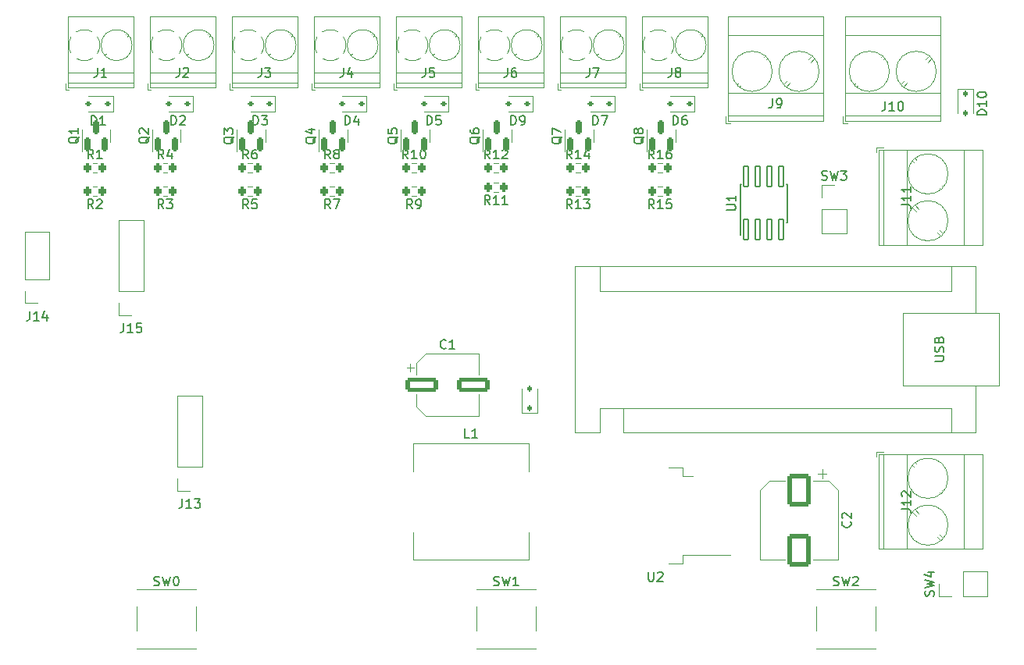
<source format=gbr>
%TF.GenerationSoftware,KiCad,Pcbnew,7.0.8*%
%TF.CreationDate,2024-01-17T19:39:17+01:00*%
%TF.ProjectId,openautolab,6f70656e-6175-4746-9f6c-61622e6b6963,rev?*%
%TF.SameCoordinates,Original*%
%TF.FileFunction,Legend,Top*%
%TF.FilePolarity,Positive*%
%FSLAX46Y46*%
G04 Gerber Fmt 4.6, Leading zero omitted, Abs format (unit mm)*
G04 Created by KiCad (PCBNEW 7.0.8) date 2024-01-17 19:39:17*
%MOMM*%
%LPD*%
G01*
G04 APERTURE LIST*
G04 Aperture macros list*
%AMRoundRect*
0 Rectangle with rounded corners*
0 $1 Rounding radius*
0 $2 $3 $4 $5 $6 $7 $8 $9 X,Y pos of 4 corners*
0 Add a 4 corners polygon primitive as box body*
4,1,4,$2,$3,$4,$5,$6,$7,$8,$9,$2,$3,0*
0 Add four circle primitives for the rounded corners*
1,1,$1+$1,$2,$3*
1,1,$1+$1,$4,$5*
1,1,$1+$1,$6,$7*
1,1,$1+$1,$8,$9*
0 Add four rect primitives between the rounded corners*
20,1,$1+$1,$2,$3,$4,$5,0*
20,1,$1+$1,$4,$5,$6,$7,0*
20,1,$1+$1,$6,$7,$8,$9,0*
20,1,$1+$1,$8,$9,$2,$3,0*%
G04 Aperture macros list end*
%ADD10C,0.150000*%
%ADD11C,0.120000*%
%ADD12O,1.700000X1.700000*%
%ADD13R,1.700000X1.700000*%
%ADD14R,2.400000X2.400000*%
%ADD15C,2.400000*%
%ADD16RoundRect,0.200000X0.200000X0.275000X-0.200000X0.275000X-0.200000X-0.275000X0.200000X-0.275000X0*%
%ADD17R,1.550000X1.300000*%
%ADD18RoundRect,0.150000X0.150000X-0.587500X0.150000X0.587500X-0.150000X0.587500X-0.150000X-0.587500X0*%
%ADD19RoundRect,0.200000X-0.200000X-0.275000X0.200000X-0.275000X0.200000X0.275000X-0.200000X0.275000X0*%
%ADD20R,2.600000X2.600000*%
%ADD21C,2.600000*%
%ADD22R,4.600000X1.100000*%
%ADD23R,9.400000X10.800000*%
%ADD24RoundRect,0.112500X0.187500X0.112500X-0.187500X0.112500X-0.187500X-0.112500X0.187500X-0.112500X0*%
%ADD25RoundRect,0.250000X-1.500000X-0.550000X1.500000X-0.550000X1.500000X0.550000X-1.500000X0.550000X0*%
%ADD26RoundRect,0.250000X-1.000000X1.500000X-1.000000X-1.500000X1.000000X-1.500000X1.000000X1.500000X0*%
%ADD27RoundRect,0.112500X0.112500X-0.187500X0.112500X0.187500X-0.112500X0.187500X-0.112500X-0.187500X0*%
%ADD28R,2.900000X5.400000*%
%ADD29C,0.770000*%
%ADD30RoundRect,0.070000X0.250000X-1.100000X0.250000X1.100000X-0.250000X1.100000X-0.250000X-1.100000X0*%
%ADD31R,3.100000X2.400000*%
%ADD32O,1.600000X1.600000*%
%ADD33R,1.600000X1.600000*%
%ADD34RoundRect,0.112500X-0.112500X0.187500X-0.112500X-0.187500X0.112500X-0.187500X0.112500X0.187500X0*%
G04 APERTURE END LIST*
D10*
X135237200Y-102933332D02*
X135284819Y-102790475D01*
X135284819Y-102790475D02*
X135284819Y-102552380D01*
X135284819Y-102552380D02*
X135237200Y-102457142D01*
X135237200Y-102457142D02*
X135189580Y-102409523D01*
X135189580Y-102409523D02*
X135094342Y-102361904D01*
X135094342Y-102361904D02*
X134999104Y-102361904D01*
X134999104Y-102361904D02*
X134903866Y-102409523D01*
X134903866Y-102409523D02*
X134856247Y-102457142D01*
X134856247Y-102457142D02*
X134808628Y-102552380D01*
X134808628Y-102552380D02*
X134761009Y-102742856D01*
X134761009Y-102742856D02*
X134713390Y-102838094D01*
X134713390Y-102838094D02*
X134665771Y-102885713D01*
X134665771Y-102885713D02*
X134570533Y-102933332D01*
X134570533Y-102933332D02*
X134475295Y-102933332D01*
X134475295Y-102933332D02*
X134380057Y-102885713D01*
X134380057Y-102885713D02*
X134332438Y-102838094D01*
X134332438Y-102838094D02*
X134284819Y-102742856D01*
X134284819Y-102742856D02*
X134284819Y-102504761D01*
X134284819Y-102504761D02*
X134332438Y-102361904D01*
X134284819Y-102028570D02*
X135284819Y-101790475D01*
X135284819Y-101790475D02*
X134570533Y-101599999D01*
X134570533Y-101599999D02*
X135284819Y-101409523D01*
X135284819Y-101409523D02*
X134284819Y-101171428D01*
X134618152Y-100361904D02*
X135284819Y-100361904D01*
X134237200Y-100599999D02*
X134951485Y-100838094D01*
X134951485Y-100838094D02*
X134951485Y-100219047D01*
X62376666Y-45634819D02*
X62376666Y-46349104D01*
X62376666Y-46349104D02*
X62329047Y-46491961D01*
X62329047Y-46491961D02*
X62233809Y-46587200D01*
X62233809Y-46587200D02*
X62090952Y-46634819D01*
X62090952Y-46634819D02*
X61995714Y-46634819D01*
X62757619Y-45634819D02*
X63376666Y-45634819D01*
X63376666Y-45634819D02*
X63043333Y-46015771D01*
X63043333Y-46015771D02*
X63186190Y-46015771D01*
X63186190Y-46015771D02*
X63281428Y-46063390D01*
X63281428Y-46063390D02*
X63329047Y-46111009D01*
X63329047Y-46111009D02*
X63376666Y-46206247D01*
X63376666Y-46206247D02*
X63376666Y-46444342D01*
X63376666Y-46444342D02*
X63329047Y-46539580D01*
X63329047Y-46539580D02*
X63281428Y-46587200D01*
X63281428Y-46587200D02*
X63186190Y-46634819D01*
X63186190Y-46634819D02*
X62900476Y-46634819D01*
X62900476Y-46634819D02*
X62805238Y-46587200D01*
X62805238Y-46587200D02*
X62757619Y-46539580D01*
X78735833Y-60912319D02*
X78402500Y-60436128D01*
X78164405Y-60912319D02*
X78164405Y-59912319D01*
X78164405Y-59912319D02*
X78545357Y-59912319D01*
X78545357Y-59912319D02*
X78640595Y-59959938D01*
X78640595Y-59959938D02*
X78688214Y-60007557D01*
X78688214Y-60007557D02*
X78735833Y-60102795D01*
X78735833Y-60102795D02*
X78735833Y-60245652D01*
X78735833Y-60245652D02*
X78688214Y-60340890D01*
X78688214Y-60340890D02*
X78640595Y-60388509D01*
X78640595Y-60388509D02*
X78545357Y-60436128D01*
X78545357Y-60436128D02*
X78164405Y-60436128D01*
X79212024Y-60912319D02*
X79402500Y-60912319D01*
X79402500Y-60912319D02*
X79497738Y-60864700D01*
X79497738Y-60864700D02*
X79545357Y-60817080D01*
X79545357Y-60817080D02*
X79640595Y-60674223D01*
X79640595Y-60674223D02*
X79688214Y-60483747D01*
X79688214Y-60483747D02*
X79688214Y-60102795D01*
X79688214Y-60102795D02*
X79640595Y-60007557D01*
X79640595Y-60007557D02*
X79592976Y-59959938D01*
X79592976Y-59959938D02*
X79497738Y-59912319D01*
X79497738Y-59912319D02*
X79307262Y-59912319D01*
X79307262Y-59912319D02*
X79212024Y-59959938D01*
X79212024Y-59959938D02*
X79164405Y-60007557D01*
X79164405Y-60007557D02*
X79116786Y-60102795D01*
X79116786Y-60102795D02*
X79116786Y-60340890D01*
X79116786Y-60340890D02*
X79164405Y-60436128D01*
X79164405Y-60436128D02*
X79212024Y-60483747D01*
X79212024Y-60483747D02*
X79307262Y-60531366D01*
X79307262Y-60531366D02*
X79497738Y-60531366D01*
X79497738Y-60531366D02*
X79592976Y-60483747D01*
X79592976Y-60483747D02*
X79640595Y-60436128D01*
X79640595Y-60436128D02*
X79688214Y-60340890D01*
X80156666Y-45634819D02*
X80156666Y-46349104D01*
X80156666Y-46349104D02*
X80109047Y-46491961D01*
X80109047Y-46491961D02*
X80013809Y-46587200D01*
X80013809Y-46587200D02*
X79870952Y-46634819D01*
X79870952Y-46634819D02*
X79775714Y-46634819D01*
X81109047Y-45634819D02*
X80632857Y-45634819D01*
X80632857Y-45634819D02*
X80585238Y-46111009D01*
X80585238Y-46111009D02*
X80632857Y-46063390D01*
X80632857Y-46063390D02*
X80728095Y-46015771D01*
X80728095Y-46015771D02*
X80966190Y-46015771D01*
X80966190Y-46015771D02*
X81061428Y-46063390D01*
X81061428Y-46063390D02*
X81109047Y-46111009D01*
X81109047Y-46111009D02*
X81156666Y-46206247D01*
X81156666Y-46206247D02*
X81156666Y-46444342D01*
X81156666Y-46444342D02*
X81109047Y-46539580D01*
X81109047Y-46539580D02*
X81061428Y-46587200D01*
X81061428Y-46587200D02*
X80966190Y-46634819D01*
X80966190Y-46634819D02*
X80728095Y-46634819D01*
X80728095Y-46634819D02*
X80632857Y-46587200D01*
X80632857Y-46587200D02*
X80585238Y-46539580D01*
X50736667Y-101767200D02*
X50879524Y-101814819D01*
X50879524Y-101814819D02*
X51117619Y-101814819D01*
X51117619Y-101814819D02*
X51212857Y-101767200D01*
X51212857Y-101767200D02*
X51260476Y-101719580D01*
X51260476Y-101719580D02*
X51308095Y-101624342D01*
X51308095Y-101624342D02*
X51308095Y-101529104D01*
X51308095Y-101529104D02*
X51260476Y-101433866D01*
X51260476Y-101433866D02*
X51212857Y-101386247D01*
X51212857Y-101386247D02*
X51117619Y-101338628D01*
X51117619Y-101338628D02*
X50927143Y-101291009D01*
X50927143Y-101291009D02*
X50831905Y-101243390D01*
X50831905Y-101243390D02*
X50784286Y-101195771D01*
X50784286Y-101195771D02*
X50736667Y-101100533D01*
X50736667Y-101100533D02*
X50736667Y-101005295D01*
X50736667Y-101005295D02*
X50784286Y-100910057D01*
X50784286Y-100910057D02*
X50831905Y-100862438D01*
X50831905Y-100862438D02*
X50927143Y-100814819D01*
X50927143Y-100814819D02*
X51165238Y-100814819D01*
X51165238Y-100814819D02*
X51308095Y-100862438D01*
X51641429Y-100814819D02*
X51879524Y-101814819D01*
X51879524Y-101814819D02*
X52070000Y-101100533D01*
X52070000Y-101100533D02*
X52260476Y-101814819D01*
X52260476Y-101814819D02*
X52498572Y-100814819D01*
X53070000Y-100814819D02*
X53165238Y-100814819D01*
X53165238Y-100814819D02*
X53260476Y-100862438D01*
X53260476Y-100862438D02*
X53308095Y-100910057D01*
X53308095Y-100910057D02*
X53355714Y-101005295D01*
X53355714Y-101005295D02*
X53403333Y-101195771D01*
X53403333Y-101195771D02*
X53403333Y-101433866D01*
X53403333Y-101433866D02*
X53355714Y-101624342D01*
X53355714Y-101624342D02*
X53308095Y-101719580D01*
X53308095Y-101719580D02*
X53260476Y-101767200D01*
X53260476Y-101767200D02*
X53165238Y-101814819D01*
X53165238Y-101814819D02*
X53070000Y-101814819D01*
X53070000Y-101814819D02*
X52974762Y-101767200D01*
X52974762Y-101767200D02*
X52927143Y-101719580D01*
X52927143Y-101719580D02*
X52879524Y-101624342D01*
X52879524Y-101624342D02*
X52831905Y-101433866D01*
X52831905Y-101433866D02*
X52831905Y-101195771D01*
X52831905Y-101195771D02*
X52879524Y-101005295D01*
X52879524Y-101005295D02*
X52927143Y-100910057D01*
X52927143Y-100910057D02*
X52974762Y-100862438D01*
X52974762Y-100862438D02*
X53070000Y-100814819D01*
X104929642Y-60912319D02*
X104596309Y-60436128D01*
X104358214Y-60912319D02*
X104358214Y-59912319D01*
X104358214Y-59912319D02*
X104739166Y-59912319D01*
X104739166Y-59912319D02*
X104834404Y-59959938D01*
X104834404Y-59959938D02*
X104882023Y-60007557D01*
X104882023Y-60007557D02*
X104929642Y-60102795D01*
X104929642Y-60102795D02*
X104929642Y-60245652D01*
X104929642Y-60245652D02*
X104882023Y-60340890D01*
X104882023Y-60340890D02*
X104834404Y-60388509D01*
X104834404Y-60388509D02*
X104739166Y-60436128D01*
X104739166Y-60436128D02*
X104358214Y-60436128D01*
X105882023Y-60912319D02*
X105310595Y-60912319D01*
X105596309Y-60912319D02*
X105596309Y-59912319D01*
X105596309Y-59912319D02*
X105501071Y-60055176D01*
X105501071Y-60055176D02*
X105405833Y-60150414D01*
X105405833Y-60150414D02*
X105310595Y-60198033D01*
X106786785Y-59912319D02*
X106310595Y-59912319D01*
X106310595Y-59912319D02*
X106262976Y-60388509D01*
X106262976Y-60388509D02*
X106310595Y-60340890D01*
X106310595Y-60340890D02*
X106405833Y-60293271D01*
X106405833Y-60293271D02*
X106643928Y-60293271D01*
X106643928Y-60293271D02*
X106739166Y-60340890D01*
X106739166Y-60340890D02*
X106786785Y-60388509D01*
X106786785Y-60388509D02*
X106834404Y-60483747D01*
X106834404Y-60483747D02*
X106834404Y-60721842D01*
X106834404Y-60721842D02*
X106786785Y-60817080D01*
X106786785Y-60817080D02*
X106739166Y-60864700D01*
X106739166Y-60864700D02*
X106643928Y-60912319D01*
X106643928Y-60912319D02*
X106405833Y-60912319D01*
X106405833Y-60912319D02*
X106310595Y-60864700D01*
X106310595Y-60864700D02*
X106262976Y-60817080D01*
X50220057Y-53102738D02*
X50172438Y-53197976D01*
X50172438Y-53197976D02*
X50077200Y-53293214D01*
X50077200Y-53293214D02*
X49934342Y-53436071D01*
X49934342Y-53436071D02*
X49886723Y-53531309D01*
X49886723Y-53531309D02*
X49886723Y-53626547D01*
X50124819Y-53578928D02*
X50077200Y-53674166D01*
X50077200Y-53674166D02*
X49981961Y-53769404D01*
X49981961Y-53769404D02*
X49791485Y-53817023D01*
X49791485Y-53817023D02*
X49458152Y-53817023D01*
X49458152Y-53817023D02*
X49267676Y-53769404D01*
X49267676Y-53769404D02*
X49172438Y-53674166D01*
X49172438Y-53674166D02*
X49124819Y-53578928D01*
X49124819Y-53578928D02*
X49124819Y-53388452D01*
X49124819Y-53388452D02*
X49172438Y-53293214D01*
X49172438Y-53293214D02*
X49267676Y-53197976D01*
X49267676Y-53197976D02*
X49458152Y-53150357D01*
X49458152Y-53150357D02*
X49791485Y-53150357D01*
X49791485Y-53150357D02*
X49981961Y-53197976D01*
X49981961Y-53197976D02*
X50077200Y-53293214D01*
X50077200Y-53293214D02*
X50124819Y-53388452D01*
X50124819Y-53388452D02*
X50124819Y-53578928D01*
X49220057Y-52769404D02*
X49172438Y-52721785D01*
X49172438Y-52721785D02*
X49124819Y-52626547D01*
X49124819Y-52626547D02*
X49124819Y-52388452D01*
X49124819Y-52388452D02*
X49172438Y-52293214D01*
X49172438Y-52293214D02*
X49220057Y-52245595D01*
X49220057Y-52245595D02*
X49315295Y-52197976D01*
X49315295Y-52197976D02*
X49410533Y-52197976D01*
X49410533Y-52197976D02*
X49553390Y-52245595D01*
X49553390Y-52245595D02*
X50124819Y-52817023D01*
X50124819Y-52817023D02*
X50124819Y-52197976D01*
X96039642Y-55512319D02*
X95706309Y-55036128D01*
X95468214Y-55512319D02*
X95468214Y-54512319D01*
X95468214Y-54512319D02*
X95849166Y-54512319D01*
X95849166Y-54512319D02*
X95944404Y-54559938D01*
X95944404Y-54559938D02*
X95992023Y-54607557D01*
X95992023Y-54607557D02*
X96039642Y-54702795D01*
X96039642Y-54702795D02*
X96039642Y-54845652D01*
X96039642Y-54845652D02*
X95992023Y-54940890D01*
X95992023Y-54940890D02*
X95944404Y-54988509D01*
X95944404Y-54988509D02*
X95849166Y-55036128D01*
X95849166Y-55036128D02*
X95468214Y-55036128D01*
X96992023Y-55512319D02*
X96420595Y-55512319D01*
X96706309Y-55512319D02*
X96706309Y-54512319D01*
X96706309Y-54512319D02*
X96611071Y-54655176D01*
X96611071Y-54655176D02*
X96515833Y-54750414D01*
X96515833Y-54750414D02*
X96420595Y-54798033D01*
X97849166Y-54845652D02*
X97849166Y-55512319D01*
X97611071Y-54464700D02*
X97372976Y-55178985D01*
X97372976Y-55178985D02*
X97992023Y-55178985D01*
X94957557Y-53105238D02*
X94909938Y-53200476D01*
X94909938Y-53200476D02*
X94814700Y-53295714D01*
X94814700Y-53295714D02*
X94671842Y-53438571D01*
X94671842Y-53438571D02*
X94624223Y-53533809D01*
X94624223Y-53533809D02*
X94624223Y-53629047D01*
X94862319Y-53581428D02*
X94814700Y-53676666D01*
X94814700Y-53676666D02*
X94719461Y-53771904D01*
X94719461Y-53771904D02*
X94528985Y-53819523D01*
X94528985Y-53819523D02*
X94195652Y-53819523D01*
X94195652Y-53819523D02*
X94005176Y-53771904D01*
X94005176Y-53771904D02*
X93909938Y-53676666D01*
X93909938Y-53676666D02*
X93862319Y-53581428D01*
X93862319Y-53581428D02*
X93862319Y-53390952D01*
X93862319Y-53390952D02*
X93909938Y-53295714D01*
X93909938Y-53295714D02*
X94005176Y-53200476D01*
X94005176Y-53200476D02*
X94195652Y-53152857D01*
X94195652Y-53152857D02*
X94528985Y-53152857D01*
X94528985Y-53152857D02*
X94719461Y-53200476D01*
X94719461Y-53200476D02*
X94814700Y-53295714D01*
X94814700Y-53295714D02*
X94862319Y-53390952D01*
X94862319Y-53390952D02*
X94862319Y-53581428D01*
X93862319Y-52819523D02*
X93862319Y-52152857D01*
X93862319Y-52152857D02*
X94862319Y-52581428D01*
X117771666Y-48984819D02*
X117771666Y-49699104D01*
X117771666Y-49699104D02*
X117724047Y-49841961D01*
X117724047Y-49841961D02*
X117628809Y-49937200D01*
X117628809Y-49937200D02*
X117485952Y-49984819D01*
X117485952Y-49984819D02*
X117390714Y-49984819D01*
X118295476Y-49984819D02*
X118485952Y-49984819D01*
X118485952Y-49984819D02*
X118581190Y-49937200D01*
X118581190Y-49937200D02*
X118628809Y-49889580D01*
X118628809Y-49889580D02*
X118724047Y-49746723D01*
X118724047Y-49746723D02*
X118771666Y-49556247D01*
X118771666Y-49556247D02*
X118771666Y-49175295D01*
X118771666Y-49175295D02*
X118724047Y-49080057D01*
X118724047Y-49080057D02*
X118676428Y-49032438D01*
X118676428Y-49032438D02*
X118581190Y-48984819D01*
X118581190Y-48984819D02*
X118390714Y-48984819D01*
X118390714Y-48984819D02*
X118295476Y-49032438D01*
X118295476Y-49032438D02*
X118247857Y-49080057D01*
X118247857Y-49080057D02*
X118200238Y-49175295D01*
X118200238Y-49175295D02*
X118200238Y-49413390D01*
X118200238Y-49413390D02*
X118247857Y-49508628D01*
X118247857Y-49508628D02*
X118295476Y-49556247D01*
X118295476Y-49556247D02*
X118390714Y-49603866D01*
X118390714Y-49603866D02*
X118581190Y-49603866D01*
X118581190Y-49603866D02*
X118676428Y-49556247D01*
X118676428Y-49556247D02*
X118724047Y-49508628D01*
X118724047Y-49508628D02*
X118771666Y-49413390D01*
X37265476Y-72059819D02*
X37265476Y-72774104D01*
X37265476Y-72774104D02*
X37217857Y-72916961D01*
X37217857Y-72916961D02*
X37122619Y-73012200D01*
X37122619Y-73012200D02*
X36979762Y-73059819D01*
X36979762Y-73059819D02*
X36884524Y-73059819D01*
X38265476Y-73059819D02*
X37694048Y-73059819D01*
X37979762Y-73059819D02*
X37979762Y-72059819D01*
X37979762Y-72059819D02*
X37884524Y-72202676D01*
X37884524Y-72202676D02*
X37789286Y-72297914D01*
X37789286Y-72297914D02*
X37694048Y-72345533D01*
X39122619Y-72393152D02*
X39122619Y-73059819D01*
X38884524Y-72012200D02*
X38646429Y-72726485D01*
X38646429Y-72726485D02*
X39265476Y-72726485D01*
X104328095Y-100319819D02*
X104328095Y-101129342D01*
X104328095Y-101129342D02*
X104375714Y-101224580D01*
X104375714Y-101224580D02*
X104423333Y-101272200D01*
X104423333Y-101272200D02*
X104518571Y-101319819D01*
X104518571Y-101319819D02*
X104709047Y-101319819D01*
X104709047Y-101319819D02*
X104804285Y-101272200D01*
X104804285Y-101272200D02*
X104851904Y-101224580D01*
X104851904Y-101224580D02*
X104899523Y-101129342D01*
X104899523Y-101129342D02*
X104899523Y-100319819D01*
X105328095Y-100415057D02*
X105375714Y-100367438D01*
X105375714Y-100367438D02*
X105470952Y-100319819D01*
X105470952Y-100319819D02*
X105709047Y-100319819D01*
X105709047Y-100319819D02*
X105804285Y-100367438D01*
X105804285Y-100367438D02*
X105851904Y-100415057D01*
X105851904Y-100415057D02*
X105899523Y-100510295D01*
X105899523Y-100510295D02*
X105899523Y-100605533D01*
X105899523Y-100605533D02*
X105851904Y-100748390D01*
X105851904Y-100748390D02*
X105280476Y-101319819D01*
X105280476Y-101319819D02*
X105899523Y-101319819D01*
X77177557Y-53105238D02*
X77129938Y-53200476D01*
X77129938Y-53200476D02*
X77034700Y-53295714D01*
X77034700Y-53295714D02*
X76891842Y-53438571D01*
X76891842Y-53438571D02*
X76844223Y-53533809D01*
X76844223Y-53533809D02*
X76844223Y-53629047D01*
X77082319Y-53581428D02*
X77034700Y-53676666D01*
X77034700Y-53676666D02*
X76939461Y-53771904D01*
X76939461Y-53771904D02*
X76748985Y-53819523D01*
X76748985Y-53819523D02*
X76415652Y-53819523D01*
X76415652Y-53819523D02*
X76225176Y-53771904D01*
X76225176Y-53771904D02*
X76129938Y-53676666D01*
X76129938Y-53676666D02*
X76082319Y-53581428D01*
X76082319Y-53581428D02*
X76082319Y-53390952D01*
X76082319Y-53390952D02*
X76129938Y-53295714D01*
X76129938Y-53295714D02*
X76225176Y-53200476D01*
X76225176Y-53200476D02*
X76415652Y-53152857D01*
X76415652Y-53152857D02*
X76748985Y-53152857D01*
X76748985Y-53152857D02*
X76939461Y-53200476D01*
X76939461Y-53200476D02*
X77034700Y-53295714D01*
X77034700Y-53295714D02*
X77082319Y-53390952D01*
X77082319Y-53390952D02*
X77082319Y-53581428D01*
X76082319Y-52248095D02*
X76082319Y-52724285D01*
X76082319Y-52724285D02*
X76558509Y-52771904D01*
X76558509Y-52771904D02*
X76510890Y-52724285D01*
X76510890Y-52724285D02*
X76463271Y-52629047D01*
X76463271Y-52629047D02*
X76463271Y-52390952D01*
X76463271Y-52390952D02*
X76510890Y-52295714D01*
X76510890Y-52295714D02*
X76558509Y-52248095D01*
X76558509Y-52248095D02*
X76653747Y-52200476D01*
X76653747Y-52200476D02*
X76891842Y-52200476D01*
X76891842Y-52200476D02*
X76987080Y-52248095D01*
X76987080Y-52248095D02*
X77034700Y-52295714D01*
X77034700Y-52295714D02*
X77082319Y-52390952D01*
X77082319Y-52390952D02*
X77082319Y-52629047D01*
X77082319Y-52629047D02*
X77034700Y-52724285D01*
X77034700Y-52724285D02*
X76987080Y-52771904D01*
X59397557Y-53105238D02*
X59349938Y-53200476D01*
X59349938Y-53200476D02*
X59254700Y-53295714D01*
X59254700Y-53295714D02*
X59111842Y-53438571D01*
X59111842Y-53438571D02*
X59064223Y-53533809D01*
X59064223Y-53533809D02*
X59064223Y-53629047D01*
X59302319Y-53581428D02*
X59254700Y-53676666D01*
X59254700Y-53676666D02*
X59159461Y-53771904D01*
X59159461Y-53771904D02*
X58968985Y-53819523D01*
X58968985Y-53819523D02*
X58635652Y-53819523D01*
X58635652Y-53819523D02*
X58445176Y-53771904D01*
X58445176Y-53771904D02*
X58349938Y-53676666D01*
X58349938Y-53676666D02*
X58302319Y-53581428D01*
X58302319Y-53581428D02*
X58302319Y-53390952D01*
X58302319Y-53390952D02*
X58349938Y-53295714D01*
X58349938Y-53295714D02*
X58445176Y-53200476D01*
X58445176Y-53200476D02*
X58635652Y-53152857D01*
X58635652Y-53152857D02*
X58968985Y-53152857D01*
X58968985Y-53152857D02*
X59159461Y-53200476D01*
X59159461Y-53200476D02*
X59254700Y-53295714D01*
X59254700Y-53295714D02*
X59302319Y-53390952D01*
X59302319Y-53390952D02*
X59302319Y-53581428D01*
X58302319Y-52819523D02*
X58302319Y-52200476D01*
X58302319Y-52200476D02*
X58683271Y-52533809D01*
X58683271Y-52533809D02*
X58683271Y-52390952D01*
X58683271Y-52390952D02*
X58730890Y-52295714D01*
X58730890Y-52295714D02*
X58778509Y-52248095D01*
X58778509Y-52248095D02*
X58873747Y-52200476D01*
X58873747Y-52200476D02*
X59111842Y-52200476D01*
X59111842Y-52200476D02*
X59207080Y-52248095D01*
X59207080Y-52248095D02*
X59254700Y-52295714D01*
X59254700Y-52295714D02*
X59302319Y-52390952D01*
X59302319Y-52390952D02*
X59302319Y-52676666D01*
X59302319Y-52676666D02*
X59254700Y-52771904D01*
X59254700Y-52771904D02*
X59207080Y-52819523D01*
X53486666Y-45634819D02*
X53486666Y-46349104D01*
X53486666Y-46349104D02*
X53439047Y-46491961D01*
X53439047Y-46491961D02*
X53343809Y-46587200D01*
X53343809Y-46587200D02*
X53200952Y-46634819D01*
X53200952Y-46634819D02*
X53105714Y-46634819D01*
X53915238Y-45730057D02*
X53962857Y-45682438D01*
X53962857Y-45682438D02*
X54058095Y-45634819D01*
X54058095Y-45634819D02*
X54296190Y-45634819D01*
X54296190Y-45634819D02*
X54391428Y-45682438D01*
X54391428Y-45682438D02*
X54439047Y-45730057D01*
X54439047Y-45730057D02*
X54486666Y-45825295D01*
X54486666Y-45825295D02*
X54486666Y-45920533D01*
X54486666Y-45920533D02*
X54439047Y-46063390D01*
X54439047Y-46063390D02*
X53867619Y-46634819D01*
X53867619Y-46634819D02*
X54486666Y-46634819D01*
X87149642Y-60467319D02*
X86816309Y-59991128D01*
X86578214Y-60467319D02*
X86578214Y-59467319D01*
X86578214Y-59467319D02*
X86959166Y-59467319D01*
X86959166Y-59467319D02*
X87054404Y-59514938D01*
X87054404Y-59514938D02*
X87102023Y-59562557D01*
X87102023Y-59562557D02*
X87149642Y-59657795D01*
X87149642Y-59657795D02*
X87149642Y-59800652D01*
X87149642Y-59800652D02*
X87102023Y-59895890D01*
X87102023Y-59895890D02*
X87054404Y-59943509D01*
X87054404Y-59943509D02*
X86959166Y-59991128D01*
X86959166Y-59991128D02*
X86578214Y-59991128D01*
X88102023Y-60467319D02*
X87530595Y-60467319D01*
X87816309Y-60467319D02*
X87816309Y-59467319D01*
X87816309Y-59467319D02*
X87721071Y-59610176D01*
X87721071Y-59610176D02*
X87625833Y-59705414D01*
X87625833Y-59705414D02*
X87530595Y-59753033D01*
X89054404Y-60467319D02*
X88482976Y-60467319D01*
X88768690Y-60467319D02*
X88768690Y-59467319D01*
X88768690Y-59467319D02*
X88673452Y-59610176D01*
X88673452Y-59610176D02*
X88578214Y-59705414D01*
X88578214Y-59705414D02*
X88482976Y-59753033D01*
X104929642Y-55512319D02*
X104596309Y-55036128D01*
X104358214Y-55512319D02*
X104358214Y-54512319D01*
X104358214Y-54512319D02*
X104739166Y-54512319D01*
X104739166Y-54512319D02*
X104834404Y-54559938D01*
X104834404Y-54559938D02*
X104882023Y-54607557D01*
X104882023Y-54607557D02*
X104929642Y-54702795D01*
X104929642Y-54702795D02*
X104929642Y-54845652D01*
X104929642Y-54845652D02*
X104882023Y-54940890D01*
X104882023Y-54940890D02*
X104834404Y-54988509D01*
X104834404Y-54988509D02*
X104739166Y-55036128D01*
X104739166Y-55036128D02*
X104358214Y-55036128D01*
X105882023Y-55512319D02*
X105310595Y-55512319D01*
X105596309Y-55512319D02*
X105596309Y-54512319D01*
X105596309Y-54512319D02*
X105501071Y-54655176D01*
X105501071Y-54655176D02*
X105405833Y-54750414D01*
X105405833Y-54750414D02*
X105310595Y-54798033D01*
X106739166Y-54512319D02*
X106548690Y-54512319D01*
X106548690Y-54512319D02*
X106453452Y-54559938D01*
X106453452Y-54559938D02*
X106405833Y-54607557D01*
X106405833Y-54607557D02*
X106310595Y-54750414D01*
X106310595Y-54750414D02*
X106262976Y-54940890D01*
X106262976Y-54940890D02*
X106262976Y-55321842D01*
X106262976Y-55321842D02*
X106310595Y-55417080D01*
X106310595Y-55417080D02*
X106358214Y-55464700D01*
X106358214Y-55464700D02*
X106453452Y-55512319D01*
X106453452Y-55512319D02*
X106643928Y-55512319D01*
X106643928Y-55512319D02*
X106739166Y-55464700D01*
X106739166Y-55464700D02*
X106786785Y-55417080D01*
X106786785Y-55417080D02*
X106834404Y-55321842D01*
X106834404Y-55321842D02*
X106834404Y-55083747D01*
X106834404Y-55083747D02*
X106786785Y-54988509D01*
X106786785Y-54988509D02*
X106739166Y-54940890D01*
X106739166Y-54940890D02*
X106643928Y-54893271D01*
X106643928Y-54893271D02*
X106453452Y-54893271D01*
X106453452Y-54893271D02*
X106358214Y-54940890D01*
X106358214Y-54940890D02*
X106310595Y-54988509D01*
X106310595Y-54988509D02*
X106262976Y-55083747D01*
X60955833Y-55512319D02*
X60622500Y-55036128D01*
X60384405Y-55512319D02*
X60384405Y-54512319D01*
X60384405Y-54512319D02*
X60765357Y-54512319D01*
X60765357Y-54512319D02*
X60860595Y-54559938D01*
X60860595Y-54559938D02*
X60908214Y-54607557D01*
X60908214Y-54607557D02*
X60955833Y-54702795D01*
X60955833Y-54702795D02*
X60955833Y-54845652D01*
X60955833Y-54845652D02*
X60908214Y-54940890D01*
X60908214Y-54940890D02*
X60860595Y-54988509D01*
X60860595Y-54988509D02*
X60765357Y-55036128D01*
X60765357Y-55036128D02*
X60384405Y-55036128D01*
X61812976Y-54512319D02*
X61622500Y-54512319D01*
X61622500Y-54512319D02*
X61527262Y-54559938D01*
X61527262Y-54559938D02*
X61479643Y-54607557D01*
X61479643Y-54607557D02*
X61384405Y-54750414D01*
X61384405Y-54750414D02*
X61336786Y-54940890D01*
X61336786Y-54940890D02*
X61336786Y-55321842D01*
X61336786Y-55321842D02*
X61384405Y-55417080D01*
X61384405Y-55417080D02*
X61432024Y-55464700D01*
X61432024Y-55464700D02*
X61527262Y-55512319D01*
X61527262Y-55512319D02*
X61717738Y-55512319D01*
X61717738Y-55512319D02*
X61812976Y-55464700D01*
X61812976Y-55464700D02*
X61860595Y-55417080D01*
X61860595Y-55417080D02*
X61908214Y-55321842D01*
X61908214Y-55321842D02*
X61908214Y-55083747D01*
X61908214Y-55083747D02*
X61860595Y-54988509D01*
X61860595Y-54988509D02*
X61812976Y-54940890D01*
X61812976Y-54940890D02*
X61717738Y-54893271D01*
X61717738Y-54893271D02*
X61527262Y-54893271D01*
X61527262Y-54893271D02*
X61432024Y-54940890D01*
X61432024Y-54940890D02*
X61384405Y-54988509D01*
X61384405Y-54988509D02*
X61336786Y-55083747D01*
X106826666Y-45634819D02*
X106826666Y-46349104D01*
X106826666Y-46349104D02*
X106779047Y-46491961D01*
X106779047Y-46491961D02*
X106683809Y-46587200D01*
X106683809Y-46587200D02*
X106540952Y-46634819D01*
X106540952Y-46634819D02*
X106445714Y-46634819D01*
X107445714Y-46063390D02*
X107350476Y-46015771D01*
X107350476Y-46015771D02*
X107302857Y-45968152D01*
X107302857Y-45968152D02*
X107255238Y-45872914D01*
X107255238Y-45872914D02*
X107255238Y-45825295D01*
X107255238Y-45825295D02*
X107302857Y-45730057D01*
X107302857Y-45730057D02*
X107350476Y-45682438D01*
X107350476Y-45682438D02*
X107445714Y-45634819D01*
X107445714Y-45634819D02*
X107636190Y-45634819D01*
X107636190Y-45634819D02*
X107731428Y-45682438D01*
X107731428Y-45682438D02*
X107779047Y-45730057D01*
X107779047Y-45730057D02*
X107826666Y-45825295D01*
X107826666Y-45825295D02*
X107826666Y-45872914D01*
X107826666Y-45872914D02*
X107779047Y-45968152D01*
X107779047Y-45968152D02*
X107731428Y-46015771D01*
X107731428Y-46015771D02*
X107636190Y-46063390D01*
X107636190Y-46063390D02*
X107445714Y-46063390D01*
X107445714Y-46063390D02*
X107350476Y-46111009D01*
X107350476Y-46111009D02*
X107302857Y-46158628D01*
X107302857Y-46158628D02*
X107255238Y-46253866D01*
X107255238Y-46253866D02*
X107255238Y-46444342D01*
X107255238Y-46444342D02*
X107302857Y-46539580D01*
X107302857Y-46539580D02*
X107350476Y-46587200D01*
X107350476Y-46587200D02*
X107445714Y-46634819D01*
X107445714Y-46634819D02*
X107636190Y-46634819D01*
X107636190Y-46634819D02*
X107731428Y-46587200D01*
X107731428Y-46587200D02*
X107779047Y-46539580D01*
X107779047Y-46539580D02*
X107826666Y-46444342D01*
X107826666Y-46444342D02*
X107826666Y-46253866D01*
X107826666Y-46253866D02*
X107779047Y-46158628D01*
X107779047Y-46158628D02*
X107731428Y-46111009D01*
X107731428Y-46111009D02*
X107636190Y-46063390D01*
X52601905Y-51834819D02*
X52601905Y-50834819D01*
X52601905Y-50834819D02*
X52840000Y-50834819D01*
X52840000Y-50834819D02*
X52982857Y-50882438D01*
X52982857Y-50882438D02*
X53078095Y-50977676D01*
X53078095Y-50977676D02*
X53125714Y-51072914D01*
X53125714Y-51072914D02*
X53173333Y-51263390D01*
X53173333Y-51263390D02*
X53173333Y-51406247D01*
X53173333Y-51406247D02*
X53125714Y-51596723D01*
X53125714Y-51596723D02*
X53078095Y-51691961D01*
X53078095Y-51691961D02*
X52982857Y-51787200D01*
X52982857Y-51787200D02*
X52840000Y-51834819D01*
X52840000Y-51834819D02*
X52601905Y-51834819D01*
X53554286Y-50930057D02*
X53601905Y-50882438D01*
X53601905Y-50882438D02*
X53697143Y-50834819D01*
X53697143Y-50834819D02*
X53935238Y-50834819D01*
X53935238Y-50834819D02*
X54030476Y-50882438D01*
X54030476Y-50882438D02*
X54078095Y-50930057D01*
X54078095Y-50930057D02*
X54125714Y-51025295D01*
X54125714Y-51025295D02*
X54125714Y-51120533D01*
X54125714Y-51120533D02*
X54078095Y-51263390D01*
X54078095Y-51263390D02*
X53506667Y-51834819D01*
X53506667Y-51834819D02*
X54125714Y-51834819D01*
X82383333Y-76019580D02*
X82335714Y-76067200D01*
X82335714Y-76067200D02*
X82192857Y-76114819D01*
X82192857Y-76114819D02*
X82097619Y-76114819D01*
X82097619Y-76114819D02*
X81954762Y-76067200D01*
X81954762Y-76067200D02*
X81859524Y-75971961D01*
X81859524Y-75971961D02*
X81811905Y-75876723D01*
X81811905Y-75876723D02*
X81764286Y-75686247D01*
X81764286Y-75686247D02*
X81764286Y-75543390D01*
X81764286Y-75543390D02*
X81811905Y-75352914D01*
X81811905Y-75352914D02*
X81859524Y-75257676D01*
X81859524Y-75257676D02*
X81954762Y-75162438D01*
X81954762Y-75162438D02*
X82097619Y-75114819D01*
X82097619Y-75114819D02*
X82192857Y-75114819D01*
X82192857Y-75114819D02*
X82335714Y-75162438D01*
X82335714Y-75162438D02*
X82383333Y-75210057D01*
X83335714Y-76114819D02*
X82764286Y-76114819D01*
X83050000Y-76114819D02*
X83050000Y-75114819D01*
X83050000Y-75114819D02*
X82954762Y-75257676D01*
X82954762Y-75257676D02*
X82859524Y-75352914D01*
X82859524Y-75352914D02*
X82764286Y-75400533D01*
X126209580Y-94856666D02*
X126257200Y-94904285D01*
X126257200Y-94904285D02*
X126304819Y-95047142D01*
X126304819Y-95047142D02*
X126304819Y-95142380D01*
X126304819Y-95142380D02*
X126257200Y-95285237D01*
X126257200Y-95285237D02*
X126161961Y-95380475D01*
X126161961Y-95380475D02*
X126066723Y-95428094D01*
X126066723Y-95428094D02*
X125876247Y-95475713D01*
X125876247Y-95475713D02*
X125733390Y-95475713D01*
X125733390Y-95475713D02*
X125542914Y-95428094D01*
X125542914Y-95428094D02*
X125447676Y-95380475D01*
X125447676Y-95380475D02*
X125352438Y-95285237D01*
X125352438Y-95285237D02*
X125304819Y-95142380D01*
X125304819Y-95142380D02*
X125304819Y-95047142D01*
X125304819Y-95047142D02*
X125352438Y-94904285D01*
X125352438Y-94904285D02*
X125400057Y-94856666D01*
X125400057Y-94475713D02*
X125352438Y-94428094D01*
X125352438Y-94428094D02*
X125304819Y-94332856D01*
X125304819Y-94332856D02*
X125304819Y-94094761D01*
X125304819Y-94094761D02*
X125352438Y-93999523D01*
X125352438Y-93999523D02*
X125400057Y-93951904D01*
X125400057Y-93951904D02*
X125495295Y-93904285D01*
X125495295Y-93904285D02*
X125590533Y-93904285D01*
X125590533Y-93904285D02*
X125733390Y-93951904D01*
X125733390Y-93951904D02*
X126304819Y-94523332D01*
X126304819Y-94523332D02*
X126304819Y-93904285D01*
X47450476Y-73344819D02*
X47450476Y-74059104D01*
X47450476Y-74059104D02*
X47402857Y-74201961D01*
X47402857Y-74201961D02*
X47307619Y-74297200D01*
X47307619Y-74297200D02*
X47164762Y-74344819D01*
X47164762Y-74344819D02*
X47069524Y-74344819D01*
X48450476Y-74344819D02*
X47879048Y-74344819D01*
X48164762Y-74344819D02*
X48164762Y-73344819D01*
X48164762Y-73344819D02*
X48069524Y-73487676D01*
X48069524Y-73487676D02*
X47974286Y-73582914D01*
X47974286Y-73582914D02*
X47879048Y-73630533D01*
X49355238Y-73344819D02*
X48879048Y-73344819D01*
X48879048Y-73344819D02*
X48831429Y-73821009D01*
X48831429Y-73821009D02*
X48879048Y-73773390D01*
X48879048Y-73773390D02*
X48974286Y-73725771D01*
X48974286Y-73725771D02*
X49212381Y-73725771D01*
X49212381Y-73725771D02*
X49307619Y-73773390D01*
X49307619Y-73773390D02*
X49355238Y-73821009D01*
X49355238Y-73821009D02*
X49402857Y-73916247D01*
X49402857Y-73916247D02*
X49402857Y-74154342D01*
X49402857Y-74154342D02*
X49355238Y-74249580D01*
X49355238Y-74249580D02*
X49307619Y-74297200D01*
X49307619Y-74297200D02*
X49212381Y-74344819D01*
X49212381Y-74344819D02*
X48974286Y-74344819D01*
X48974286Y-74344819D02*
X48879048Y-74297200D01*
X48879048Y-74297200D02*
X48831429Y-74249580D01*
X71266666Y-45634819D02*
X71266666Y-46349104D01*
X71266666Y-46349104D02*
X71219047Y-46491961D01*
X71219047Y-46491961D02*
X71123809Y-46587200D01*
X71123809Y-46587200D02*
X70980952Y-46634819D01*
X70980952Y-46634819D02*
X70885714Y-46634819D01*
X72171428Y-45968152D02*
X72171428Y-46634819D01*
X71933333Y-45587200D02*
X71695238Y-46301485D01*
X71695238Y-46301485D02*
X72314285Y-46301485D01*
X60955833Y-60912319D02*
X60622500Y-60436128D01*
X60384405Y-60912319D02*
X60384405Y-59912319D01*
X60384405Y-59912319D02*
X60765357Y-59912319D01*
X60765357Y-59912319D02*
X60860595Y-59959938D01*
X60860595Y-59959938D02*
X60908214Y-60007557D01*
X60908214Y-60007557D02*
X60955833Y-60102795D01*
X60955833Y-60102795D02*
X60955833Y-60245652D01*
X60955833Y-60245652D02*
X60908214Y-60340890D01*
X60908214Y-60340890D02*
X60860595Y-60388509D01*
X60860595Y-60388509D02*
X60765357Y-60436128D01*
X60765357Y-60436128D02*
X60384405Y-60436128D01*
X61860595Y-59912319D02*
X61384405Y-59912319D01*
X61384405Y-59912319D02*
X61336786Y-60388509D01*
X61336786Y-60388509D02*
X61384405Y-60340890D01*
X61384405Y-60340890D02*
X61479643Y-60293271D01*
X61479643Y-60293271D02*
X61717738Y-60293271D01*
X61717738Y-60293271D02*
X61812976Y-60340890D01*
X61812976Y-60340890D02*
X61860595Y-60388509D01*
X61860595Y-60388509D02*
X61908214Y-60483747D01*
X61908214Y-60483747D02*
X61908214Y-60721842D01*
X61908214Y-60721842D02*
X61860595Y-60817080D01*
X61860595Y-60817080D02*
X61812976Y-60864700D01*
X61812976Y-60864700D02*
X61717738Y-60912319D01*
X61717738Y-60912319D02*
X61479643Y-60912319D01*
X61479643Y-60912319D02*
X61384405Y-60864700D01*
X61384405Y-60864700D02*
X61336786Y-60817080D01*
X80321905Y-51834819D02*
X80321905Y-50834819D01*
X80321905Y-50834819D02*
X80560000Y-50834819D01*
X80560000Y-50834819D02*
X80702857Y-50882438D01*
X80702857Y-50882438D02*
X80798095Y-50977676D01*
X80798095Y-50977676D02*
X80845714Y-51072914D01*
X80845714Y-51072914D02*
X80893333Y-51263390D01*
X80893333Y-51263390D02*
X80893333Y-51406247D01*
X80893333Y-51406247D02*
X80845714Y-51596723D01*
X80845714Y-51596723D02*
X80798095Y-51691961D01*
X80798095Y-51691961D02*
X80702857Y-51787200D01*
X80702857Y-51787200D02*
X80560000Y-51834819D01*
X80560000Y-51834819D02*
X80321905Y-51834819D01*
X81798095Y-50834819D02*
X81321905Y-50834819D01*
X81321905Y-50834819D02*
X81274286Y-51311009D01*
X81274286Y-51311009D02*
X81321905Y-51263390D01*
X81321905Y-51263390D02*
X81417143Y-51215771D01*
X81417143Y-51215771D02*
X81655238Y-51215771D01*
X81655238Y-51215771D02*
X81750476Y-51263390D01*
X81750476Y-51263390D02*
X81798095Y-51311009D01*
X81798095Y-51311009D02*
X81845714Y-51406247D01*
X81845714Y-51406247D02*
X81845714Y-51644342D01*
X81845714Y-51644342D02*
X81798095Y-51739580D01*
X81798095Y-51739580D02*
X81750476Y-51787200D01*
X81750476Y-51787200D02*
X81655238Y-51834819D01*
X81655238Y-51834819D02*
X81417143Y-51834819D01*
X81417143Y-51834819D02*
X81321905Y-51787200D01*
X81321905Y-51787200D02*
X81274286Y-51739580D01*
X69845833Y-60912319D02*
X69512500Y-60436128D01*
X69274405Y-60912319D02*
X69274405Y-59912319D01*
X69274405Y-59912319D02*
X69655357Y-59912319D01*
X69655357Y-59912319D02*
X69750595Y-59959938D01*
X69750595Y-59959938D02*
X69798214Y-60007557D01*
X69798214Y-60007557D02*
X69845833Y-60102795D01*
X69845833Y-60102795D02*
X69845833Y-60245652D01*
X69845833Y-60245652D02*
X69798214Y-60340890D01*
X69798214Y-60340890D02*
X69750595Y-60388509D01*
X69750595Y-60388509D02*
X69655357Y-60436128D01*
X69655357Y-60436128D02*
X69274405Y-60436128D01*
X70179167Y-59912319D02*
X70845833Y-59912319D01*
X70845833Y-59912319D02*
X70417262Y-60912319D01*
X78259642Y-55512319D02*
X77926309Y-55036128D01*
X77688214Y-55512319D02*
X77688214Y-54512319D01*
X77688214Y-54512319D02*
X78069166Y-54512319D01*
X78069166Y-54512319D02*
X78164404Y-54559938D01*
X78164404Y-54559938D02*
X78212023Y-54607557D01*
X78212023Y-54607557D02*
X78259642Y-54702795D01*
X78259642Y-54702795D02*
X78259642Y-54845652D01*
X78259642Y-54845652D02*
X78212023Y-54940890D01*
X78212023Y-54940890D02*
X78164404Y-54988509D01*
X78164404Y-54988509D02*
X78069166Y-55036128D01*
X78069166Y-55036128D02*
X77688214Y-55036128D01*
X79212023Y-55512319D02*
X78640595Y-55512319D01*
X78926309Y-55512319D02*
X78926309Y-54512319D01*
X78926309Y-54512319D02*
X78831071Y-54655176D01*
X78831071Y-54655176D02*
X78735833Y-54750414D01*
X78735833Y-54750414D02*
X78640595Y-54798033D01*
X79831071Y-54512319D02*
X79926309Y-54512319D01*
X79926309Y-54512319D02*
X80021547Y-54559938D01*
X80021547Y-54559938D02*
X80069166Y-54607557D01*
X80069166Y-54607557D02*
X80116785Y-54702795D01*
X80116785Y-54702795D02*
X80164404Y-54893271D01*
X80164404Y-54893271D02*
X80164404Y-55131366D01*
X80164404Y-55131366D02*
X80116785Y-55321842D01*
X80116785Y-55321842D02*
X80069166Y-55417080D01*
X80069166Y-55417080D02*
X80021547Y-55464700D01*
X80021547Y-55464700D02*
X79926309Y-55512319D01*
X79926309Y-55512319D02*
X79831071Y-55512319D01*
X79831071Y-55512319D02*
X79735833Y-55464700D01*
X79735833Y-55464700D02*
X79688214Y-55417080D01*
X79688214Y-55417080D02*
X79640595Y-55321842D01*
X79640595Y-55321842D02*
X79592976Y-55131366D01*
X79592976Y-55131366D02*
X79592976Y-54893271D01*
X79592976Y-54893271D02*
X79640595Y-54702795D01*
X79640595Y-54702795D02*
X79688214Y-54607557D01*
X79688214Y-54607557D02*
X79735833Y-54559938D01*
X79735833Y-54559938D02*
X79831071Y-54512319D01*
X96039642Y-60912319D02*
X95706309Y-60436128D01*
X95468214Y-60912319D02*
X95468214Y-59912319D01*
X95468214Y-59912319D02*
X95849166Y-59912319D01*
X95849166Y-59912319D02*
X95944404Y-59959938D01*
X95944404Y-59959938D02*
X95992023Y-60007557D01*
X95992023Y-60007557D02*
X96039642Y-60102795D01*
X96039642Y-60102795D02*
X96039642Y-60245652D01*
X96039642Y-60245652D02*
X95992023Y-60340890D01*
X95992023Y-60340890D02*
X95944404Y-60388509D01*
X95944404Y-60388509D02*
X95849166Y-60436128D01*
X95849166Y-60436128D02*
X95468214Y-60436128D01*
X96992023Y-60912319D02*
X96420595Y-60912319D01*
X96706309Y-60912319D02*
X96706309Y-59912319D01*
X96706309Y-59912319D02*
X96611071Y-60055176D01*
X96611071Y-60055176D02*
X96515833Y-60150414D01*
X96515833Y-60150414D02*
X96420595Y-60198033D01*
X97325357Y-59912319D02*
X97944404Y-59912319D01*
X97944404Y-59912319D02*
X97611071Y-60293271D01*
X97611071Y-60293271D02*
X97753928Y-60293271D01*
X97753928Y-60293271D02*
X97849166Y-60340890D01*
X97849166Y-60340890D02*
X97896785Y-60388509D01*
X97896785Y-60388509D02*
X97944404Y-60483747D01*
X97944404Y-60483747D02*
X97944404Y-60721842D01*
X97944404Y-60721842D02*
X97896785Y-60817080D01*
X97896785Y-60817080D02*
X97849166Y-60864700D01*
X97849166Y-60864700D02*
X97753928Y-60912319D01*
X97753928Y-60912319D02*
X97468214Y-60912319D01*
X97468214Y-60912319D02*
X97372976Y-60864700D01*
X97372976Y-60864700D02*
X97325357Y-60817080D01*
X98321905Y-51834819D02*
X98321905Y-50834819D01*
X98321905Y-50834819D02*
X98560000Y-50834819D01*
X98560000Y-50834819D02*
X98702857Y-50882438D01*
X98702857Y-50882438D02*
X98798095Y-50977676D01*
X98798095Y-50977676D02*
X98845714Y-51072914D01*
X98845714Y-51072914D02*
X98893333Y-51263390D01*
X98893333Y-51263390D02*
X98893333Y-51406247D01*
X98893333Y-51406247D02*
X98845714Y-51596723D01*
X98845714Y-51596723D02*
X98798095Y-51691961D01*
X98798095Y-51691961D02*
X98702857Y-51787200D01*
X98702857Y-51787200D02*
X98560000Y-51834819D01*
X98560000Y-51834819D02*
X98321905Y-51834819D01*
X99226667Y-50834819D02*
X99893333Y-50834819D01*
X99893333Y-50834819D02*
X99464762Y-51834819D01*
X89431905Y-51834819D02*
X89431905Y-50834819D01*
X89431905Y-50834819D02*
X89670000Y-50834819D01*
X89670000Y-50834819D02*
X89812857Y-50882438D01*
X89812857Y-50882438D02*
X89908095Y-50977676D01*
X89908095Y-50977676D02*
X89955714Y-51072914D01*
X89955714Y-51072914D02*
X90003333Y-51263390D01*
X90003333Y-51263390D02*
X90003333Y-51406247D01*
X90003333Y-51406247D02*
X89955714Y-51596723D01*
X89955714Y-51596723D02*
X89908095Y-51691961D01*
X89908095Y-51691961D02*
X89812857Y-51787200D01*
X89812857Y-51787200D02*
X89670000Y-51834819D01*
X89670000Y-51834819D02*
X89431905Y-51834819D01*
X90479524Y-51834819D02*
X90670000Y-51834819D01*
X90670000Y-51834819D02*
X90765238Y-51787200D01*
X90765238Y-51787200D02*
X90812857Y-51739580D01*
X90812857Y-51739580D02*
X90908095Y-51596723D01*
X90908095Y-51596723D02*
X90955714Y-51406247D01*
X90955714Y-51406247D02*
X90955714Y-51025295D01*
X90955714Y-51025295D02*
X90908095Y-50930057D01*
X90908095Y-50930057D02*
X90860476Y-50882438D01*
X90860476Y-50882438D02*
X90765238Y-50834819D01*
X90765238Y-50834819D02*
X90574762Y-50834819D01*
X90574762Y-50834819D02*
X90479524Y-50882438D01*
X90479524Y-50882438D02*
X90431905Y-50930057D01*
X90431905Y-50930057D02*
X90384286Y-51025295D01*
X90384286Y-51025295D02*
X90384286Y-51263390D01*
X90384286Y-51263390D02*
X90431905Y-51358628D01*
X90431905Y-51358628D02*
X90479524Y-51406247D01*
X90479524Y-51406247D02*
X90574762Y-51453866D01*
X90574762Y-51453866D02*
X90765238Y-51453866D01*
X90765238Y-51453866D02*
X90860476Y-51406247D01*
X90860476Y-51406247D02*
X90908095Y-51358628D01*
X90908095Y-51358628D02*
X90955714Y-51263390D01*
X69845833Y-55512319D02*
X69512500Y-55036128D01*
X69274405Y-55512319D02*
X69274405Y-54512319D01*
X69274405Y-54512319D02*
X69655357Y-54512319D01*
X69655357Y-54512319D02*
X69750595Y-54559938D01*
X69750595Y-54559938D02*
X69798214Y-54607557D01*
X69798214Y-54607557D02*
X69845833Y-54702795D01*
X69845833Y-54702795D02*
X69845833Y-54845652D01*
X69845833Y-54845652D02*
X69798214Y-54940890D01*
X69798214Y-54940890D02*
X69750595Y-54988509D01*
X69750595Y-54988509D02*
X69655357Y-55036128D01*
X69655357Y-55036128D02*
X69274405Y-55036128D01*
X70417262Y-54940890D02*
X70322024Y-54893271D01*
X70322024Y-54893271D02*
X70274405Y-54845652D01*
X70274405Y-54845652D02*
X70226786Y-54750414D01*
X70226786Y-54750414D02*
X70226786Y-54702795D01*
X70226786Y-54702795D02*
X70274405Y-54607557D01*
X70274405Y-54607557D02*
X70322024Y-54559938D01*
X70322024Y-54559938D02*
X70417262Y-54512319D01*
X70417262Y-54512319D02*
X70607738Y-54512319D01*
X70607738Y-54512319D02*
X70702976Y-54559938D01*
X70702976Y-54559938D02*
X70750595Y-54607557D01*
X70750595Y-54607557D02*
X70798214Y-54702795D01*
X70798214Y-54702795D02*
X70798214Y-54750414D01*
X70798214Y-54750414D02*
X70750595Y-54845652D01*
X70750595Y-54845652D02*
X70702976Y-54893271D01*
X70702976Y-54893271D02*
X70607738Y-54940890D01*
X70607738Y-54940890D02*
X70417262Y-54940890D01*
X70417262Y-54940890D02*
X70322024Y-54988509D01*
X70322024Y-54988509D02*
X70274405Y-55036128D01*
X70274405Y-55036128D02*
X70226786Y-55131366D01*
X70226786Y-55131366D02*
X70226786Y-55321842D01*
X70226786Y-55321842D02*
X70274405Y-55417080D01*
X70274405Y-55417080D02*
X70322024Y-55464700D01*
X70322024Y-55464700D02*
X70417262Y-55512319D01*
X70417262Y-55512319D02*
X70607738Y-55512319D01*
X70607738Y-55512319D02*
X70702976Y-55464700D01*
X70702976Y-55464700D02*
X70750595Y-55417080D01*
X70750595Y-55417080D02*
X70798214Y-55321842D01*
X70798214Y-55321842D02*
X70798214Y-55131366D01*
X70798214Y-55131366D02*
X70750595Y-55036128D01*
X70750595Y-55036128D02*
X70702976Y-54988509D01*
X70702976Y-54988509D02*
X70607738Y-54940890D01*
X42600057Y-53102738D02*
X42552438Y-53197976D01*
X42552438Y-53197976D02*
X42457200Y-53293214D01*
X42457200Y-53293214D02*
X42314342Y-53436071D01*
X42314342Y-53436071D02*
X42266723Y-53531309D01*
X42266723Y-53531309D02*
X42266723Y-53626547D01*
X42504819Y-53578928D02*
X42457200Y-53674166D01*
X42457200Y-53674166D02*
X42361961Y-53769404D01*
X42361961Y-53769404D02*
X42171485Y-53817023D01*
X42171485Y-53817023D02*
X41838152Y-53817023D01*
X41838152Y-53817023D02*
X41647676Y-53769404D01*
X41647676Y-53769404D02*
X41552438Y-53674166D01*
X41552438Y-53674166D02*
X41504819Y-53578928D01*
X41504819Y-53578928D02*
X41504819Y-53388452D01*
X41504819Y-53388452D02*
X41552438Y-53293214D01*
X41552438Y-53293214D02*
X41647676Y-53197976D01*
X41647676Y-53197976D02*
X41838152Y-53150357D01*
X41838152Y-53150357D02*
X42171485Y-53150357D01*
X42171485Y-53150357D02*
X42361961Y-53197976D01*
X42361961Y-53197976D02*
X42457200Y-53293214D01*
X42457200Y-53293214D02*
X42504819Y-53388452D01*
X42504819Y-53388452D02*
X42504819Y-53578928D01*
X42504819Y-52197976D02*
X42504819Y-52769404D01*
X42504819Y-52483690D02*
X41504819Y-52483690D01*
X41504819Y-52483690D02*
X41647676Y-52578928D01*
X41647676Y-52578928D02*
X41742914Y-52674166D01*
X41742914Y-52674166D02*
X41790533Y-52769404D01*
X61491905Y-51834819D02*
X61491905Y-50834819D01*
X61491905Y-50834819D02*
X61730000Y-50834819D01*
X61730000Y-50834819D02*
X61872857Y-50882438D01*
X61872857Y-50882438D02*
X61968095Y-50977676D01*
X61968095Y-50977676D02*
X62015714Y-51072914D01*
X62015714Y-51072914D02*
X62063333Y-51263390D01*
X62063333Y-51263390D02*
X62063333Y-51406247D01*
X62063333Y-51406247D02*
X62015714Y-51596723D01*
X62015714Y-51596723D02*
X61968095Y-51691961D01*
X61968095Y-51691961D02*
X61872857Y-51787200D01*
X61872857Y-51787200D02*
X61730000Y-51834819D01*
X61730000Y-51834819D02*
X61491905Y-51834819D01*
X62396667Y-50834819D02*
X63015714Y-50834819D01*
X63015714Y-50834819D02*
X62682381Y-51215771D01*
X62682381Y-51215771D02*
X62825238Y-51215771D01*
X62825238Y-51215771D02*
X62920476Y-51263390D01*
X62920476Y-51263390D02*
X62968095Y-51311009D01*
X62968095Y-51311009D02*
X63015714Y-51406247D01*
X63015714Y-51406247D02*
X63015714Y-51644342D01*
X63015714Y-51644342D02*
X62968095Y-51739580D01*
X62968095Y-51739580D02*
X62920476Y-51787200D01*
X62920476Y-51787200D02*
X62825238Y-51834819D01*
X62825238Y-51834819D02*
X62539524Y-51834819D01*
X62539524Y-51834819D02*
X62444286Y-51787200D01*
X62444286Y-51787200D02*
X62396667Y-51739580D01*
X86067557Y-53105238D02*
X86019938Y-53200476D01*
X86019938Y-53200476D02*
X85924700Y-53295714D01*
X85924700Y-53295714D02*
X85781842Y-53438571D01*
X85781842Y-53438571D02*
X85734223Y-53533809D01*
X85734223Y-53533809D02*
X85734223Y-53629047D01*
X85972319Y-53581428D02*
X85924700Y-53676666D01*
X85924700Y-53676666D02*
X85829461Y-53771904D01*
X85829461Y-53771904D02*
X85638985Y-53819523D01*
X85638985Y-53819523D02*
X85305652Y-53819523D01*
X85305652Y-53819523D02*
X85115176Y-53771904D01*
X85115176Y-53771904D02*
X85019938Y-53676666D01*
X85019938Y-53676666D02*
X84972319Y-53581428D01*
X84972319Y-53581428D02*
X84972319Y-53390952D01*
X84972319Y-53390952D02*
X85019938Y-53295714D01*
X85019938Y-53295714D02*
X85115176Y-53200476D01*
X85115176Y-53200476D02*
X85305652Y-53152857D01*
X85305652Y-53152857D02*
X85638985Y-53152857D01*
X85638985Y-53152857D02*
X85829461Y-53200476D01*
X85829461Y-53200476D02*
X85924700Y-53295714D01*
X85924700Y-53295714D02*
X85972319Y-53390952D01*
X85972319Y-53390952D02*
X85972319Y-53581428D01*
X84972319Y-52295714D02*
X84972319Y-52486190D01*
X84972319Y-52486190D02*
X85019938Y-52581428D01*
X85019938Y-52581428D02*
X85067557Y-52629047D01*
X85067557Y-52629047D02*
X85210414Y-52724285D01*
X85210414Y-52724285D02*
X85400890Y-52771904D01*
X85400890Y-52771904D02*
X85781842Y-52771904D01*
X85781842Y-52771904D02*
X85877080Y-52724285D01*
X85877080Y-52724285D02*
X85924700Y-52676666D01*
X85924700Y-52676666D02*
X85972319Y-52581428D01*
X85972319Y-52581428D02*
X85972319Y-52390952D01*
X85972319Y-52390952D02*
X85924700Y-52295714D01*
X85924700Y-52295714D02*
X85877080Y-52248095D01*
X85877080Y-52248095D02*
X85781842Y-52200476D01*
X85781842Y-52200476D02*
X85543747Y-52200476D01*
X85543747Y-52200476D02*
X85448509Y-52248095D01*
X85448509Y-52248095D02*
X85400890Y-52295714D01*
X85400890Y-52295714D02*
X85353271Y-52390952D01*
X85353271Y-52390952D02*
X85353271Y-52581428D01*
X85353271Y-52581428D02*
X85400890Y-52676666D01*
X85400890Y-52676666D02*
X85448509Y-52724285D01*
X85448509Y-52724285D02*
X85543747Y-52771904D01*
X124396667Y-101767200D02*
X124539524Y-101814819D01*
X124539524Y-101814819D02*
X124777619Y-101814819D01*
X124777619Y-101814819D02*
X124872857Y-101767200D01*
X124872857Y-101767200D02*
X124920476Y-101719580D01*
X124920476Y-101719580D02*
X124968095Y-101624342D01*
X124968095Y-101624342D02*
X124968095Y-101529104D01*
X124968095Y-101529104D02*
X124920476Y-101433866D01*
X124920476Y-101433866D02*
X124872857Y-101386247D01*
X124872857Y-101386247D02*
X124777619Y-101338628D01*
X124777619Y-101338628D02*
X124587143Y-101291009D01*
X124587143Y-101291009D02*
X124491905Y-101243390D01*
X124491905Y-101243390D02*
X124444286Y-101195771D01*
X124444286Y-101195771D02*
X124396667Y-101100533D01*
X124396667Y-101100533D02*
X124396667Y-101005295D01*
X124396667Y-101005295D02*
X124444286Y-100910057D01*
X124444286Y-100910057D02*
X124491905Y-100862438D01*
X124491905Y-100862438D02*
X124587143Y-100814819D01*
X124587143Y-100814819D02*
X124825238Y-100814819D01*
X124825238Y-100814819D02*
X124968095Y-100862438D01*
X125301429Y-100814819D02*
X125539524Y-101814819D01*
X125539524Y-101814819D02*
X125730000Y-101100533D01*
X125730000Y-101100533D02*
X125920476Y-101814819D01*
X125920476Y-101814819D02*
X126158572Y-100814819D01*
X126491905Y-100910057D02*
X126539524Y-100862438D01*
X126539524Y-100862438D02*
X126634762Y-100814819D01*
X126634762Y-100814819D02*
X126872857Y-100814819D01*
X126872857Y-100814819D02*
X126968095Y-100862438D01*
X126968095Y-100862438D02*
X127015714Y-100910057D01*
X127015714Y-100910057D02*
X127063333Y-101005295D01*
X127063333Y-101005295D02*
X127063333Y-101100533D01*
X127063333Y-101100533D02*
X127015714Y-101243390D01*
X127015714Y-101243390D02*
X126444286Y-101814819D01*
X126444286Y-101814819D02*
X127063333Y-101814819D01*
X123126667Y-57767200D02*
X123269524Y-57814819D01*
X123269524Y-57814819D02*
X123507619Y-57814819D01*
X123507619Y-57814819D02*
X123602857Y-57767200D01*
X123602857Y-57767200D02*
X123650476Y-57719580D01*
X123650476Y-57719580D02*
X123698095Y-57624342D01*
X123698095Y-57624342D02*
X123698095Y-57529104D01*
X123698095Y-57529104D02*
X123650476Y-57433866D01*
X123650476Y-57433866D02*
X123602857Y-57386247D01*
X123602857Y-57386247D02*
X123507619Y-57338628D01*
X123507619Y-57338628D02*
X123317143Y-57291009D01*
X123317143Y-57291009D02*
X123221905Y-57243390D01*
X123221905Y-57243390D02*
X123174286Y-57195771D01*
X123174286Y-57195771D02*
X123126667Y-57100533D01*
X123126667Y-57100533D02*
X123126667Y-57005295D01*
X123126667Y-57005295D02*
X123174286Y-56910057D01*
X123174286Y-56910057D02*
X123221905Y-56862438D01*
X123221905Y-56862438D02*
X123317143Y-56814819D01*
X123317143Y-56814819D02*
X123555238Y-56814819D01*
X123555238Y-56814819D02*
X123698095Y-56862438D01*
X124031429Y-56814819D02*
X124269524Y-57814819D01*
X124269524Y-57814819D02*
X124460000Y-57100533D01*
X124460000Y-57100533D02*
X124650476Y-57814819D01*
X124650476Y-57814819D02*
X124888572Y-56814819D01*
X125174286Y-56814819D02*
X125793333Y-56814819D01*
X125793333Y-56814819D02*
X125460000Y-57195771D01*
X125460000Y-57195771D02*
X125602857Y-57195771D01*
X125602857Y-57195771D02*
X125698095Y-57243390D01*
X125698095Y-57243390D02*
X125745714Y-57291009D01*
X125745714Y-57291009D02*
X125793333Y-57386247D01*
X125793333Y-57386247D02*
X125793333Y-57624342D01*
X125793333Y-57624342D02*
X125745714Y-57719580D01*
X125745714Y-57719580D02*
X125698095Y-57767200D01*
X125698095Y-57767200D02*
X125602857Y-57814819D01*
X125602857Y-57814819D02*
X125317143Y-57814819D01*
X125317143Y-57814819D02*
X125221905Y-57767200D01*
X125221905Y-57767200D02*
X125174286Y-57719580D01*
X87566667Y-101767200D02*
X87709524Y-101814819D01*
X87709524Y-101814819D02*
X87947619Y-101814819D01*
X87947619Y-101814819D02*
X88042857Y-101767200D01*
X88042857Y-101767200D02*
X88090476Y-101719580D01*
X88090476Y-101719580D02*
X88138095Y-101624342D01*
X88138095Y-101624342D02*
X88138095Y-101529104D01*
X88138095Y-101529104D02*
X88090476Y-101433866D01*
X88090476Y-101433866D02*
X88042857Y-101386247D01*
X88042857Y-101386247D02*
X87947619Y-101338628D01*
X87947619Y-101338628D02*
X87757143Y-101291009D01*
X87757143Y-101291009D02*
X87661905Y-101243390D01*
X87661905Y-101243390D02*
X87614286Y-101195771D01*
X87614286Y-101195771D02*
X87566667Y-101100533D01*
X87566667Y-101100533D02*
X87566667Y-101005295D01*
X87566667Y-101005295D02*
X87614286Y-100910057D01*
X87614286Y-100910057D02*
X87661905Y-100862438D01*
X87661905Y-100862438D02*
X87757143Y-100814819D01*
X87757143Y-100814819D02*
X87995238Y-100814819D01*
X87995238Y-100814819D02*
X88138095Y-100862438D01*
X88471429Y-100814819D02*
X88709524Y-101814819D01*
X88709524Y-101814819D02*
X88900000Y-101100533D01*
X88900000Y-101100533D02*
X89090476Y-101814819D01*
X89090476Y-101814819D02*
X89328572Y-100814819D01*
X90233333Y-101814819D02*
X89661905Y-101814819D01*
X89947619Y-101814819D02*
X89947619Y-100814819D01*
X89947619Y-100814819D02*
X89852381Y-100957676D01*
X89852381Y-100957676D02*
X89757143Y-101052914D01*
X89757143Y-101052914D02*
X89661905Y-101100533D01*
X103847557Y-53105238D02*
X103799938Y-53200476D01*
X103799938Y-53200476D02*
X103704700Y-53295714D01*
X103704700Y-53295714D02*
X103561842Y-53438571D01*
X103561842Y-53438571D02*
X103514223Y-53533809D01*
X103514223Y-53533809D02*
X103514223Y-53629047D01*
X103752319Y-53581428D02*
X103704700Y-53676666D01*
X103704700Y-53676666D02*
X103609461Y-53771904D01*
X103609461Y-53771904D02*
X103418985Y-53819523D01*
X103418985Y-53819523D02*
X103085652Y-53819523D01*
X103085652Y-53819523D02*
X102895176Y-53771904D01*
X102895176Y-53771904D02*
X102799938Y-53676666D01*
X102799938Y-53676666D02*
X102752319Y-53581428D01*
X102752319Y-53581428D02*
X102752319Y-53390952D01*
X102752319Y-53390952D02*
X102799938Y-53295714D01*
X102799938Y-53295714D02*
X102895176Y-53200476D01*
X102895176Y-53200476D02*
X103085652Y-53152857D01*
X103085652Y-53152857D02*
X103418985Y-53152857D01*
X103418985Y-53152857D02*
X103609461Y-53200476D01*
X103609461Y-53200476D02*
X103704700Y-53295714D01*
X103704700Y-53295714D02*
X103752319Y-53390952D01*
X103752319Y-53390952D02*
X103752319Y-53581428D01*
X103180890Y-52581428D02*
X103133271Y-52676666D01*
X103133271Y-52676666D02*
X103085652Y-52724285D01*
X103085652Y-52724285D02*
X102990414Y-52771904D01*
X102990414Y-52771904D02*
X102942795Y-52771904D01*
X102942795Y-52771904D02*
X102847557Y-52724285D01*
X102847557Y-52724285D02*
X102799938Y-52676666D01*
X102799938Y-52676666D02*
X102752319Y-52581428D01*
X102752319Y-52581428D02*
X102752319Y-52390952D01*
X102752319Y-52390952D02*
X102799938Y-52295714D01*
X102799938Y-52295714D02*
X102847557Y-52248095D01*
X102847557Y-52248095D02*
X102942795Y-52200476D01*
X102942795Y-52200476D02*
X102990414Y-52200476D01*
X102990414Y-52200476D02*
X103085652Y-52248095D01*
X103085652Y-52248095D02*
X103133271Y-52295714D01*
X103133271Y-52295714D02*
X103180890Y-52390952D01*
X103180890Y-52390952D02*
X103180890Y-52581428D01*
X103180890Y-52581428D02*
X103228509Y-52676666D01*
X103228509Y-52676666D02*
X103276128Y-52724285D01*
X103276128Y-52724285D02*
X103371366Y-52771904D01*
X103371366Y-52771904D02*
X103561842Y-52771904D01*
X103561842Y-52771904D02*
X103657080Y-52724285D01*
X103657080Y-52724285D02*
X103704700Y-52676666D01*
X103704700Y-52676666D02*
X103752319Y-52581428D01*
X103752319Y-52581428D02*
X103752319Y-52390952D01*
X103752319Y-52390952D02*
X103704700Y-52295714D01*
X103704700Y-52295714D02*
X103657080Y-52248095D01*
X103657080Y-52248095D02*
X103561842Y-52200476D01*
X103561842Y-52200476D02*
X103371366Y-52200476D01*
X103371366Y-52200476D02*
X103276128Y-52248095D01*
X103276128Y-52248095D02*
X103228509Y-52295714D01*
X103228509Y-52295714D02*
X103180890Y-52390952D01*
X68287557Y-53105238D02*
X68239938Y-53200476D01*
X68239938Y-53200476D02*
X68144700Y-53295714D01*
X68144700Y-53295714D02*
X68001842Y-53438571D01*
X68001842Y-53438571D02*
X67954223Y-53533809D01*
X67954223Y-53533809D02*
X67954223Y-53629047D01*
X68192319Y-53581428D02*
X68144700Y-53676666D01*
X68144700Y-53676666D02*
X68049461Y-53771904D01*
X68049461Y-53771904D02*
X67858985Y-53819523D01*
X67858985Y-53819523D02*
X67525652Y-53819523D01*
X67525652Y-53819523D02*
X67335176Y-53771904D01*
X67335176Y-53771904D02*
X67239938Y-53676666D01*
X67239938Y-53676666D02*
X67192319Y-53581428D01*
X67192319Y-53581428D02*
X67192319Y-53390952D01*
X67192319Y-53390952D02*
X67239938Y-53295714D01*
X67239938Y-53295714D02*
X67335176Y-53200476D01*
X67335176Y-53200476D02*
X67525652Y-53152857D01*
X67525652Y-53152857D02*
X67858985Y-53152857D01*
X67858985Y-53152857D02*
X68049461Y-53200476D01*
X68049461Y-53200476D02*
X68144700Y-53295714D01*
X68144700Y-53295714D02*
X68192319Y-53390952D01*
X68192319Y-53390952D02*
X68192319Y-53581428D01*
X67525652Y-52295714D02*
X68192319Y-52295714D01*
X67144700Y-52533809D02*
X67858985Y-52771904D01*
X67858985Y-52771904D02*
X67858985Y-52152857D01*
X89046666Y-45634819D02*
X89046666Y-46349104D01*
X89046666Y-46349104D02*
X88999047Y-46491961D01*
X88999047Y-46491961D02*
X88903809Y-46587200D01*
X88903809Y-46587200D02*
X88760952Y-46634819D01*
X88760952Y-46634819D02*
X88665714Y-46634819D01*
X89951428Y-45634819D02*
X89760952Y-45634819D01*
X89760952Y-45634819D02*
X89665714Y-45682438D01*
X89665714Y-45682438D02*
X89618095Y-45730057D01*
X89618095Y-45730057D02*
X89522857Y-45872914D01*
X89522857Y-45872914D02*
X89475238Y-46063390D01*
X89475238Y-46063390D02*
X89475238Y-46444342D01*
X89475238Y-46444342D02*
X89522857Y-46539580D01*
X89522857Y-46539580D02*
X89570476Y-46587200D01*
X89570476Y-46587200D02*
X89665714Y-46634819D01*
X89665714Y-46634819D02*
X89856190Y-46634819D01*
X89856190Y-46634819D02*
X89951428Y-46587200D01*
X89951428Y-46587200D02*
X89999047Y-46539580D01*
X89999047Y-46539580D02*
X90046666Y-46444342D01*
X90046666Y-46444342D02*
X90046666Y-46206247D01*
X90046666Y-46206247D02*
X89999047Y-46111009D01*
X89999047Y-46111009D02*
X89951428Y-46063390D01*
X89951428Y-46063390D02*
X89856190Y-46015771D01*
X89856190Y-46015771D02*
X89665714Y-46015771D01*
X89665714Y-46015771D02*
X89570476Y-46063390D01*
X89570476Y-46063390D02*
X89522857Y-46111009D01*
X89522857Y-46111009D02*
X89475238Y-46206247D01*
X84923333Y-85764819D02*
X84447143Y-85764819D01*
X84447143Y-85764819D02*
X84447143Y-84764819D01*
X85780476Y-85764819D02*
X85209048Y-85764819D01*
X85494762Y-85764819D02*
X85494762Y-84764819D01*
X85494762Y-84764819D02*
X85399524Y-84907676D01*
X85399524Y-84907676D02*
X85304286Y-85002914D01*
X85304286Y-85002914D02*
X85209048Y-85050533D01*
X112794819Y-61071904D02*
X113604342Y-61071904D01*
X113604342Y-61071904D02*
X113699580Y-61024285D01*
X113699580Y-61024285D02*
X113747200Y-60976666D01*
X113747200Y-60976666D02*
X113794819Y-60881428D01*
X113794819Y-60881428D02*
X113794819Y-60690952D01*
X113794819Y-60690952D02*
X113747200Y-60595714D01*
X113747200Y-60595714D02*
X113699580Y-60548095D01*
X113699580Y-60548095D02*
X113604342Y-60500476D01*
X113604342Y-60500476D02*
X112794819Y-60500476D01*
X113794819Y-59500476D02*
X113794819Y-60071904D01*
X113794819Y-59786190D02*
X112794819Y-59786190D01*
X112794819Y-59786190D02*
X112937676Y-59881428D01*
X112937676Y-59881428D02*
X113032914Y-59976666D01*
X113032914Y-59976666D02*
X113080533Y-60071904D01*
X51778333Y-60909819D02*
X51445000Y-60433628D01*
X51206905Y-60909819D02*
X51206905Y-59909819D01*
X51206905Y-59909819D02*
X51587857Y-59909819D01*
X51587857Y-59909819D02*
X51683095Y-59957438D01*
X51683095Y-59957438D02*
X51730714Y-60005057D01*
X51730714Y-60005057D02*
X51778333Y-60100295D01*
X51778333Y-60100295D02*
X51778333Y-60243152D01*
X51778333Y-60243152D02*
X51730714Y-60338390D01*
X51730714Y-60338390D02*
X51683095Y-60386009D01*
X51683095Y-60386009D02*
X51587857Y-60433628D01*
X51587857Y-60433628D02*
X51206905Y-60433628D01*
X52111667Y-59909819D02*
X52730714Y-59909819D01*
X52730714Y-59909819D02*
X52397381Y-60290771D01*
X52397381Y-60290771D02*
X52540238Y-60290771D01*
X52540238Y-60290771D02*
X52635476Y-60338390D01*
X52635476Y-60338390D02*
X52683095Y-60386009D01*
X52683095Y-60386009D02*
X52730714Y-60481247D01*
X52730714Y-60481247D02*
X52730714Y-60719342D01*
X52730714Y-60719342D02*
X52683095Y-60814580D01*
X52683095Y-60814580D02*
X52635476Y-60862200D01*
X52635476Y-60862200D02*
X52540238Y-60909819D01*
X52540238Y-60909819D02*
X52254524Y-60909819D01*
X52254524Y-60909819D02*
X52159286Y-60862200D01*
X52159286Y-60862200D02*
X52111667Y-60814580D01*
X97936666Y-45634819D02*
X97936666Y-46349104D01*
X97936666Y-46349104D02*
X97889047Y-46491961D01*
X97889047Y-46491961D02*
X97793809Y-46587200D01*
X97793809Y-46587200D02*
X97650952Y-46634819D01*
X97650952Y-46634819D02*
X97555714Y-46634819D01*
X98317619Y-45634819D02*
X98984285Y-45634819D01*
X98984285Y-45634819D02*
X98555714Y-46634819D01*
X71431905Y-51834819D02*
X71431905Y-50834819D01*
X71431905Y-50834819D02*
X71670000Y-50834819D01*
X71670000Y-50834819D02*
X71812857Y-50882438D01*
X71812857Y-50882438D02*
X71908095Y-50977676D01*
X71908095Y-50977676D02*
X71955714Y-51072914D01*
X71955714Y-51072914D02*
X72003333Y-51263390D01*
X72003333Y-51263390D02*
X72003333Y-51406247D01*
X72003333Y-51406247D02*
X71955714Y-51596723D01*
X71955714Y-51596723D02*
X71908095Y-51691961D01*
X71908095Y-51691961D02*
X71812857Y-51787200D01*
X71812857Y-51787200D02*
X71670000Y-51834819D01*
X71670000Y-51834819D02*
X71431905Y-51834819D01*
X72860476Y-51168152D02*
X72860476Y-51834819D01*
X72622381Y-50787200D02*
X72384286Y-51501485D01*
X72384286Y-51501485D02*
X73003333Y-51501485D01*
X131774819Y-93514523D02*
X132489104Y-93514523D01*
X132489104Y-93514523D02*
X132631961Y-93562142D01*
X132631961Y-93562142D02*
X132727200Y-93657380D01*
X132727200Y-93657380D02*
X132774819Y-93800237D01*
X132774819Y-93800237D02*
X132774819Y-93895475D01*
X132774819Y-92514523D02*
X132774819Y-93085951D01*
X132774819Y-92800237D02*
X131774819Y-92800237D01*
X131774819Y-92800237D02*
X131917676Y-92895475D01*
X131917676Y-92895475D02*
X132012914Y-92990713D01*
X132012914Y-92990713D02*
X132060533Y-93085951D01*
X131870057Y-92133570D02*
X131822438Y-92085951D01*
X131822438Y-92085951D02*
X131774819Y-91990713D01*
X131774819Y-91990713D02*
X131774819Y-91752618D01*
X131774819Y-91752618D02*
X131822438Y-91657380D01*
X131822438Y-91657380D02*
X131870057Y-91609761D01*
X131870057Y-91609761D02*
X131965295Y-91562142D01*
X131965295Y-91562142D02*
X132060533Y-91562142D01*
X132060533Y-91562142D02*
X132203390Y-91609761D01*
X132203390Y-91609761D02*
X132774819Y-92181189D01*
X132774819Y-92181189D02*
X132774819Y-91562142D01*
X44596666Y-45634819D02*
X44596666Y-46349104D01*
X44596666Y-46349104D02*
X44549047Y-46491961D01*
X44549047Y-46491961D02*
X44453809Y-46587200D01*
X44453809Y-46587200D02*
X44310952Y-46634819D01*
X44310952Y-46634819D02*
X44215714Y-46634819D01*
X45596666Y-46634819D02*
X45025238Y-46634819D01*
X45310952Y-46634819D02*
X45310952Y-45634819D01*
X45310952Y-45634819D02*
X45215714Y-45777676D01*
X45215714Y-45777676D02*
X45120476Y-45872914D01*
X45120476Y-45872914D02*
X45025238Y-45920533D01*
X44158333Y-60909819D02*
X43825000Y-60433628D01*
X43586905Y-60909819D02*
X43586905Y-59909819D01*
X43586905Y-59909819D02*
X43967857Y-59909819D01*
X43967857Y-59909819D02*
X44063095Y-59957438D01*
X44063095Y-59957438D02*
X44110714Y-60005057D01*
X44110714Y-60005057D02*
X44158333Y-60100295D01*
X44158333Y-60100295D02*
X44158333Y-60243152D01*
X44158333Y-60243152D02*
X44110714Y-60338390D01*
X44110714Y-60338390D02*
X44063095Y-60386009D01*
X44063095Y-60386009D02*
X43967857Y-60433628D01*
X43967857Y-60433628D02*
X43586905Y-60433628D01*
X44539286Y-60005057D02*
X44586905Y-59957438D01*
X44586905Y-59957438D02*
X44682143Y-59909819D01*
X44682143Y-59909819D02*
X44920238Y-59909819D01*
X44920238Y-59909819D02*
X45015476Y-59957438D01*
X45015476Y-59957438D02*
X45063095Y-60005057D01*
X45063095Y-60005057D02*
X45110714Y-60100295D01*
X45110714Y-60100295D02*
X45110714Y-60195533D01*
X45110714Y-60195533D02*
X45063095Y-60338390D01*
X45063095Y-60338390D02*
X44491667Y-60909819D01*
X44491667Y-60909819D02*
X45110714Y-60909819D01*
X106991905Y-51834819D02*
X106991905Y-50834819D01*
X106991905Y-50834819D02*
X107230000Y-50834819D01*
X107230000Y-50834819D02*
X107372857Y-50882438D01*
X107372857Y-50882438D02*
X107468095Y-50977676D01*
X107468095Y-50977676D02*
X107515714Y-51072914D01*
X107515714Y-51072914D02*
X107563333Y-51263390D01*
X107563333Y-51263390D02*
X107563333Y-51406247D01*
X107563333Y-51406247D02*
X107515714Y-51596723D01*
X107515714Y-51596723D02*
X107468095Y-51691961D01*
X107468095Y-51691961D02*
X107372857Y-51787200D01*
X107372857Y-51787200D02*
X107230000Y-51834819D01*
X107230000Y-51834819D02*
X106991905Y-51834819D01*
X108420476Y-50834819D02*
X108230000Y-50834819D01*
X108230000Y-50834819D02*
X108134762Y-50882438D01*
X108134762Y-50882438D02*
X108087143Y-50930057D01*
X108087143Y-50930057D02*
X107991905Y-51072914D01*
X107991905Y-51072914D02*
X107944286Y-51263390D01*
X107944286Y-51263390D02*
X107944286Y-51644342D01*
X107944286Y-51644342D02*
X107991905Y-51739580D01*
X107991905Y-51739580D02*
X108039524Y-51787200D01*
X108039524Y-51787200D02*
X108134762Y-51834819D01*
X108134762Y-51834819D02*
X108325238Y-51834819D01*
X108325238Y-51834819D02*
X108420476Y-51787200D01*
X108420476Y-51787200D02*
X108468095Y-51739580D01*
X108468095Y-51739580D02*
X108515714Y-51644342D01*
X108515714Y-51644342D02*
X108515714Y-51406247D01*
X108515714Y-51406247D02*
X108468095Y-51311009D01*
X108468095Y-51311009D02*
X108420476Y-51263390D01*
X108420476Y-51263390D02*
X108325238Y-51215771D01*
X108325238Y-51215771D02*
X108134762Y-51215771D01*
X108134762Y-51215771D02*
X108039524Y-51263390D01*
X108039524Y-51263390D02*
X107991905Y-51311009D01*
X107991905Y-51311009D02*
X107944286Y-51406247D01*
X135344819Y-77451904D02*
X136154342Y-77451904D01*
X136154342Y-77451904D02*
X136249580Y-77404285D01*
X136249580Y-77404285D02*
X136297200Y-77356666D01*
X136297200Y-77356666D02*
X136344819Y-77261428D01*
X136344819Y-77261428D02*
X136344819Y-77070952D01*
X136344819Y-77070952D02*
X136297200Y-76975714D01*
X136297200Y-76975714D02*
X136249580Y-76928095D01*
X136249580Y-76928095D02*
X136154342Y-76880476D01*
X136154342Y-76880476D02*
X135344819Y-76880476D01*
X136297200Y-76451904D02*
X136344819Y-76309047D01*
X136344819Y-76309047D02*
X136344819Y-76070952D01*
X136344819Y-76070952D02*
X136297200Y-75975714D01*
X136297200Y-75975714D02*
X136249580Y-75928095D01*
X136249580Y-75928095D02*
X136154342Y-75880476D01*
X136154342Y-75880476D02*
X136059104Y-75880476D01*
X136059104Y-75880476D02*
X135963866Y-75928095D01*
X135963866Y-75928095D02*
X135916247Y-75975714D01*
X135916247Y-75975714D02*
X135868628Y-76070952D01*
X135868628Y-76070952D02*
X135821009Y-76261428D01*
X135821009Y-76261428D02*
X135773390Y-76356666D01*
X135773390Y-76356666D02*
X135725771Y-76404285D01*
X135725771Y-76404285D02*
X135630533Y-76451904D01*
X135630533Y-76451904D02*
X135535295Y-76451904D01*
X135535295Y-76451904D02*
X135440057Y-76404285D01*
X135440057Y-76404285D02*
X135392438Y-76356666D01*
X135392438Y-76356666D02*
X135344819Y-76261428D01*
X135344819Y-76261428D02*
X135344819Y-76023333D01*
X135344819Y-76023333D02*
X135392438Y-75880476D01*
X135821009Y-75118571D02*
X135868628Y-74975714D01*
X135868628Y-74975714D02*
X135916247Y-74928095D01*
X135916247Y-74928095D02*
X136011485Y-74880476D01*
X136011485Y-74880476D02*
X136154342Y-74880476D01*
X136154342Y-74880476D02*
X136249580Y-74928095D01*
X136249580Y-74928095D02*
X136297200Y-74975714D01*
X136297200Y-74975714D02*
X136344819Y-75070952D01*
X136344819Y-75070952D02*
X136344819Y-75451904D01*
X136344819Y-75451904D02*
X135344819Y-75451904D01*
X135344819Y-75451904D02*
X135344819Y-75118571D01*
X135344819Y-75118571D02*
X135392438Y-75023333D01*
X135392438Y-75023333D02*
X135440057Y-74975714D01*
X135440057Y-74975714D02*
X135535295Y-74928095D01*
X135535295Y-74928095D02*
X135630533Y-74928095D01*
X135630533Y-74928095D02*
X135725771Y-74975714D01*
X135725771Y-74975714D02*
X135773390Y-75023333D01*
X135773390Y-75023333D02*
X135821009Y-75118571D01*
X135821009Y-75118571D02*
X135821009Y-75451904D01*
X131774819Y-60499523D02*
X132489104Y-60499523D01*
X132489104Y-60499523D02*
X132631961Y-60547142D01*
X132631961Y-60547142D02*
X132727200Y-60642380D01*
X132727200Y-60642380D02*
X132774819Y-60785237D01*
X132774819Y-60785237D02*
X132774819Y-60880475D01*
X132774819Y-59499523D02*
X132774819Y-60070951D01*
X132774819Y-59785237D02*
X131774819Y-59785237D01*
X131774819Y-59785237D02*
X131917676Y-59880475D01*
X131917676Y-59880475D02*
X132012914Y-59975713D01*
X132012914Y-59975713D02*
X132060533Y-60070951D01*
X132774819Y-58547142D02*
X132774819Y-59118570D01*
X132774819Y-58832856D02*
X131774819Y-58832856D01*
X131774819Y-58832856D02*
X131917676Y-58928094D01*
X131917676Y-58928094D02*
X132012914Y-59023332D01*
X132012914Y-59023332D02*
X132060533Y-59118570D01*
X129995476Y-49284819D02*
X129995476Y-49999104D01*
X129995476Y-49999104D02*
X129947857Y-50141961D01*
X129947857Y-50141961D02*
X129852619Y-50237200D01*
X129852619Y-50237200D02*
X129709762Y-50284819D01*
X129709762Y-50284819D02*
X129614524Y-50284819D01*
X130995476Y-50284819D02*
X130424048Y-50284819D01*
X130709762Y-50284819D02*
X130709762Y-49284819D01*
X130709762Y-49284819D02*
X130614524Y-49427676D01*
X130614524Y-49427676D02*
X130519286Y-49522914D01*
X130519286Y-49522914D02*
X130424048Y-49570533D01*
X131614524Y-49284819D02*
X131709762Y-49284819D01*
X131709762Y-49284819D02*
X131805000Y-49332438D01*
X131805000Y-49332438D02*
X131852619Y-49380057D01*
X131852619Y-49380057D02*
X131900238Y-49475295D01*
X131900238Y-49475295D02*
X131947857Y-49665771D01*
X131947857Y-49665771D02*
X131947857Y-49903866D01*
X131947857Y-49903866D02*
X131900238Y-50094342D01*
X131900238Y-50094342D02*
X131852619Y-50189580D01*
X131852619Y-50189580D02*
X131805000Y-50237200D01*
X131805000Y-50237200D02*
X131709762Y-50284819D01*
X131709762Y-50284819D02*
X131614524Y-50284819D01*
X131614524Y-50284819D02*
X131519286Y-50237200D01*
X131519286Y-50237200D02*
X131471667Y-50189580D01*
X131471667Y-50189580D02*
X131424048Y-50094342D01*
X131424048Y-50094342D02*
X131376429Y-49903866D01*
X131376429Y-49903866D02*
X131376429Y-49665771D01*
X131376429Y-49665771D02*
X131424048Y-49475295D01*
X131424048Y-49475295D02*
X131471667Y-49380057D01*
X131471667Y-49380057D02*
X131519286Y-49332438D01*
X131519286Y-49332438D02*
X131614524Y-49284819D01*
X87149642Y-55512319D02*
X86816309Y-55036128D01*
X86578214Y-55512319D02*
X86578214Y-54512319D01*
X86578214Y-54512319D02*
X86959166Y-54512319D01*
X86959166Y-54512319D02*
X87054404Y-54559938D01*
X87054404Y-54559938D02*
X87102023Y-54607557D01*
X87102023Y-54607557D02*
X87149642Y-54702795D01*
X87149642Y-54702795D02*
X87149642Y-54845652D01*
X87149642Y-54845652D02*
X87102023Y-54940890D01*
X87102023Y-54940890D02*
X87054404Y-54988509D01*
X87054404Y-54988509D02*
X86959166Y-55036128D01*
X86959166Y-55036128D02*
X86578214Y-55036128D01*
X88102023Y-55512319D02*
X87530595Y-55512319D01*
X87816309Y-55512319D02*
X87816309Y-54512319D01*
X87816309Y-54512319D02*
X87721071Y-54655176D01*
X87721071Y-54655176D02*
X87625833Y-54750414D01*
X87625833Y-54750414D02*
X87530595Y-54798033D01*
X88482976Y-54607557D02*
X88530595Y-54559938D01*
X88530595Y-54559938D02*
X88625833Y-54512319D01*
X88625833Y-54512319D02*
X88863928Y-54512319D01*
X88863928Y-54512319D02*
X88959166Y-54559938D01*
X88959166Y-54559938D02*
X89006785Y-54607557D01*
X89006785Y-54607557D02*
X89054404Y-54702795D01*
X89054404Y-54702795D02*
X89054404Y-54798033D01*
X89054404Y-54798033D02*
X89006785Y-54940890D01*
X89006785Y-54940890D02*
X88435357Y-55512319D01*
X88435357Y-55512319D02*
X89054404Y-55512319D01*
X53800476Y-92394819D02*
X53800476Y-93109104D01*
X53800476Y-93109104D02*
X53752857Y-93251961D01*
X53752857Y-93251961D02*
X53657619Y-93347200D01*
X53657619Y-93347200D02*
X53514762Y-93394819D01*
X53514762Y-93394819D02*
X53419524Y-93394819D01*
X54800476Y-93394819D02*
X54229048Y-93394819D01*
X54514762Y-93394819D02*
X54514762Y-92394819D01*
X54514762Y-92394819D02*
X54419524Y-92537676D01*
X54419524Y-92537676D02*
X54324286Y-92632914D01*
X54324286Y-92632914D02*
X54229048Y-92680533D01*
X55133810Y-92394819D02*
X55752857Y-92394819D01*
X55752857Y-92394819D02*
X55419524Y-92775771D01*
X55419524Y-92775771D02*
X55562381Y-92775771D01*
X55562381Y-92775771D02*
X55657619Y-92823390D01*
X55657619Y-92823390D02*
X55705238Y-92871009D01*
X55705238Y-92871009D02*
X55752857Y-92966247D01*
X55752857Y-92966247D02*
X55752857Y-93204342D01*
X55752857Y-93204342D02*
X55705238Y-93299580D01*
X55705238Y-93299580D02*
X55657619Y-93347200D01*
X55657619Y-93347200D02*
X55562381Y-93394819D01*
X55562381Y-93394819D02*
X55276667Y-93394819D01*
X55276667Y-93394819D02*
X55181429Y-93347200D01*
X55181429Y-93347200D02*
X55133810Y-93299580D01*
X44158333Y-55509819D02*
X43825000Y-55033628D01*
X43586905Y-55509819D02*
X43586905Y-54509819D01*
X43586905Y-54509819D02*
X43967857Y-54509819D01*
X43967857Y-54509819D02*
X44063095Y-54557438D01*
X44063095Y-54557438D02*
X44110714Y-54605057D01*
X44110714Y-54605057D02*
X44158333Y-54700295D01*
X44158333Y-54700295D02*
X44158333Y-54843152D01*
X44158333Y-54843152D02*
X44110714Y-54938390D01*
X44110714Y-54938390D02*
X44063095Y-54986009D01*
X44063095Y-54986009D02*
X43967857Y-55033628D01*
X43967857Y-55033628D02*
X43586905Y-55033628D01*
X45110714Y-55509819D02*
X44539286Y-55509819D01*
X44825000Y-55509819D02*
X44825000Y-54509819D01*
X44825000Y-54509819D02*
X44729762Y-54652676D01*
X44729762Y-54652676D02*
X44634524Y-54747914D01*
X44634524Y-54747914D02*
X44539286Y-54795533D01*
X51778333Y-55509819D02*
X51445000Y-55033628D01*
X51206905Y-55509819D02*
X51206905Y-54509819D01*
X51206905Y-54509819D02*
X51587857Y-54509819D01*
X51587857Y-54509819D02*
X51683095Y-54557438D01*
X51683095Y-54557438D02*
X51730714Y-54605057D01*
X51730714Y-54605057D02*
X51778333Y-54700295D01*
X51778333Y-54700295D02*
X51778333Y-54843152D01*
X51778333Y-54843152D02*
X51730714Y-54938390D01*
X51730714Y-54938390D02*
X51683095Y-54986009D01*
X51683095Y-54986009D02*
X51587857Y-55033628D01*
X51587857Y-55033628D02*
X51206905Y-55033628D01*
X52635476Y-54843152D02*
X52635476Y-55509819D01*
X52397381Y-54462200D02*
X52159286Y-55176485D01*
X52159286Y-55176485D02*
X52778333Y-55176485D01*
X140954819Y-50744285D02*
X139954819Y-50744285D01*
X139954819Y-50744285D02*
X139954819Y-50506190D01*
X139954819Y-50506190D02*
X140002438Y-50363333D01*
X140002438Y-50363333D02*
X140097676Y-50268095D01*
X140097676Y-50268095D02*
X140192914Y-50220476D01*
X140192914Y-50220476D02*
X140383390Y-50172857D01*
X140383390Y-50172857D02*
X140526247Y-50172857D01*
X140526247Y-50172857D02*
X140716723Y-50220476D01*
X140716723Y-50220476D02*
X140811961Y-50268095D01*
X140811961Y-50268095D02*
X140907200Y-50363333D01*
X140907200Y-50363333D02*
X140954819Y-50506190D01*
X140954819Y-50506190D02*
X140954819Y-50744285D01*
X140954819Y-49220476D02*
X140954819Y-49791904D01*
X140954819Y-49506190D02*
X139954819Y-49506190D01*
X139954819Y-49506190D02*
X140097676Y-49601428D01*
X140097676Y-49601428D02*
X140192914Y-49696666D01*
X140192914Y-49696666D02*
X140240533Y-49791904D01*
X139954819Y-48601428D02*
X139954819Y-48506190D01*
X139954819Y-48506190D02*
X140002438Y-48410952D01*
X140002438Y-48410952D02*
X140050057Y-48363333D01*
X140050057Y-48363333D02*
X140145295Y-48315714D01*
X140145295Y-48315714D02*
X140335771Y-48268095D01*
X140335771Y-48268095D02*
X140573866Y-48268095D01*
X140573866Y-48268095D02*
X140764342Y-48315714D01*
X140764342Y-48315714D02*
X140859580Y-48363333D01*
X140859580Y-48363333D02*
X140907200Y-48410952D01*
X140907200Y-48410952D02*
X140954819Y-48506190D01*
X140954819Y-48506190D02*
X140954819Y-48601428D01*
X140954819Y-48601428D02*
X140907200Y-48696666D01*
X140907200Y-48696666D02*
X140859580Y-48744285D01*
X140859580Y-48744285D02*
X140764342Y-48791904D01*
X140764342Y-48791904D02*
X140573866Y-48839523D01*
X140573866Y-48839523D02*
X140335771Y-48839523D01*
X140335771Y-48839523D02*
X140145295Y-48791904D01*
X140145295Y-48791904D02*
X140050057Y-48744285D01*
X140050057Y-48744285D02*
X140002438Y-48696666D01*
X140002438Y-48696666D02*
X139954819Y-48601428D01*
X43931905Y-51834819D02*
X43931905Y-50834819D01*
X43931905Y-50834819D02*
X44170000Y-50834819D01*
X44170000Y-50834819D02*
X44312857Y-50882438D01*
X44312857Y-50882438D02*
X44408095Y-50977676D01*
X44408095Y-50977676D02*
X44455714Y-51072914D01*
X44455714Y-51072914D02*
X44503333Y-51263390D01*
X44503333Y-51263390D02*
X44503333Y-51406247D01*
X44503333Y-51406247D02*
X44455714Y-51596723D01*
X44455714Y-51596723D02*
X44408095Y-51691961D01*
X44408095Y-51691961D02*
X44312857Y-51787200D01*
X44312857Y-51787200D02*
X44170000Y-51834819D01*
X44170000Y-51834819D02*
X43931905Y-51834819D01*
X45455714Y-51834819D02*
X44884286Y-51834819D01*
X45170000Y-51834819D02*
X45170000Y-50834819D01*
X45170000Y-50834819D02*
X45074762Y-50977676D01*
X45074762Y-50977676D02*
X44979524Y-51072914D01*
X44979524Y-51072914D02*
X44884286Y-51120533D01*
D11*
%TO.C,SW4*%
X138430000Y-100270000D02*
X141030000Y-100270000D01*
X141030000Y-102930000D02*
X141030000Y-100270000D01*
X138430000Y-102930000D02*
X138430000Y-100270000D01*
X138430000Y-102930000D02*
X141030000Y-102930000D01*
X137160000Y-102930000D02*
X135830000Y-102930000D01*
X135830000Y-102930000D02*
X135830000Y-101600000D01*
%TO.C,J3*%
X58910000Y-47340000D02*
X58910000Y-47980000D01*
X58910000Y-47980000D02*
X59310000Y-47980000D01*
X59150000Y-40020000D02*
X59150000Y-47740000D01*
X59150000Y-40020000D02*
X66270000Y-40020000D01*
X59150000Y-46180000D02*
X66270000Y-46180000D01*
X59150000Y-47280000D02*
X66270000Y-47280000D01*
X59150000Y-47740000D02*
X66270000Y-47740000D01*
X63315000Y-44121000D02*
X63186000Y-44249000D01*
X63485000Y-44361000D02*
X63391000Y-44454000D01*
X65530000Y-41905000D02*
X65436000Y-41999000D01*
X65735000Y-42111000D02*
X65606000Y-42239000D01*
X66270000Y-40020000D02*
X66270000Y-47740000D01*
X59520000Y-42314000D02*
G75*
G03*
X59534642Y-44069894I1439998J-866000D01*
G01*
X61826000Y-41740000D02*
G75*
G03*
X60070106Y-41754642I-866000J-1439998D01*
G01*
X60094000Y-44620000D02*
G75*
G03*
X60988674Y-44860098I866003J1440014D01*
G01*
X60960000Y-44859999D02*
G75*
G03*
X61850264Y-44604720I3J1679989D01*
G01*
X62384999Y-44070999D02*
G75*
G03*
X62385503Y-42289808I-1425002J890999D01*
G01*
X66140000Y-43180000D02*
G75*
G03*
X66140000Y-43180000I-1680000J0D01*
G01*
%TO.C,R9*%
X79139758Y-58505000D02*
X78665242Y-58505000D01*
X79139758Y-59550000D02*
X78665242Y-59550000D01*
%TO.C,J5*%
X76690000Y-47340000D02*
X76690000Y-47980000D01*
X76690000Y-47980000D02*
X77090000Y-47980000D01*
X76930000Y-40020000D02*
X76930000Y-47740000D01*
X76930000Y-40020000D02*
X84050000Y-40020000D01*
X76930000Y-46180000D02*
X84050000Y-46180000D01*
X76930000Y-47280000D02*
X84050000Y-47280000D01*
X76930000Y-47740000D02*
X84050000Y-47740000D01*
X81095000Y-44121000D02*
X80966000Y-44249000D01*
X81265000Y-44361000D02*
X81171000Y-44454000D01*
X83310000Y-41905000D02*
X83216000Y-41999000D01*
X83515000Y-42111000D02*
X83386000Y-42239000D01*
X84050000Y-40020000D02*
X84050000Y-47740000D01*
X77300000Y-42314000D02*
G75*
G03*
X77314642Y-44069894I1439998J-866000D01*
G01*
X79606000Y-41740000D02*
G75*
G03*
X77850106Y-41754642I-866000J-1439998D01*
G01*
X77874000Y-44620000D02*
G75*
G03*
X78768674Y-44860098I866003J1440014D01*
G01*
X78740000Y-44859999D02*
G75*
G03*
X79630264Y-44604720I3J1679989D01*
G01*
X80164999Y-44070999D02*
G75*
G03*
X80165503Y-42289808I-1425002J890999D01*
G01*
X83920000Y-43180000D02*
G75*
G03*
X83920000Y-43180000I-1680000J0D01*
G01*
%TO.C,SW0*%
X48840000Y-102180000D02*
X55300000Y-102180000D01*
X48840000Y-102210000D02*
X48840000Y-102180000D01*
X48840000Y-104110000D02*
X48840000Y-106710000D01*
X48840000Y-108640000D02*
X48840000Y-108610000D01*
X48840000Y-108640000D02*
X55300000Y-108640000D01*
X55300000Y-102180000D02*
X55300000Y-102210000D01*
X55300000Y-104110000D02*
X55300000Y-106710000D01*
X55300000Y-108640000D02*
X55300000Y-108610000D01*
%TO.C,R15*%
X105809758Y-58505000D02*
X105335242Y-58505000D01*
X105809758Y-59550000D02*
X105335242Y-59550000D01*
%TO.C,Q2*%
X50510000Y-53007500D02*
X50510000Y-54682500D01*
X50510000Y-53007500D02*
X50510000Y-52357500D01*
X53630000Y-53007500D02*
X53630000Y-53657500D01*
X53630000Y-53007500D02*
X53630000Y-52357500D01*
%TO.C,R14*%
X96445242Y-55965000D02*
X96919758Y-55965000D01*
X96445242Y-57010000D02*
X96919758Y-57010000D01*
%TO.C,Q7*%
X95247500Y-53010000D02*
X95247500Y-54685000D01*
X95247500Y-53010000D02*
X95247500Y-52360000D01*
X98367500Y-53010000D02*
X98367500Y-53660000D01*
X98367500Y-53010000D02*
X98367500Y-52360000D01*
%TO.C,J9*%
X112725000Y-50880000D02*
X112725000Y-51620000D01*
X112725000Y-51620000D02*
X113225000Y-51620000D01*
X112965000Y-40060000D02*
X112965000Y-51380000D01*
X112965000Y-40060000D02*
X123245000Y-40060000D01*
X112965000Y-42120000D02*
X123245000Y-42120000D01*
X112965000Y-48320000D02*
X123245000Y-48320000D01*
X112965000Y-50820000D02*
X123245000Y-50820000D01*
X112965000Y-51380000D02*
X123245000Y-51380000D01*
X114017000Y-47301000D02*
X113911000Y-47408000D01*
X114283000Y-47567000D02*
X114177000Y-47674000D01*
X116953000Y-44366000D02*
X116846000Y-44473000D01*
X117219000Y-44632000D02*
X117112000Y-44739000D01*
X119387000Y-47012000D02*
X118992000Y-47408000D01*
X119638000Y-47294000D02*
X119258000Y-47674000D01*
X122033000Y-44366000D02*
X121653000Y-44746000D01*
X122299000Y-44632000D02*
X121904000Y-45028000D01*
X123245000Y-40060000D02*
X123245000Y-51380000D01*
X117745000Y-46020000D02*
G75*
G03*
X117745000Y-46020000I-2180000J0D01*
G01*
X122825000Y-46020000D02*
G75*
G03*
X122825000Y-46020000I-2180000J0D01*
G01*
%TO.C,J14*%
X39405000Y-68565000D02*
X39405000Y-63425000D01*
X39405000Y-68565000D02*
X36745000Y-68565000D01*
X39405000Y-63425000D02*
X36745000Y-63425000D01*
X38075000Y-71165000D02*
X36745000Y-71165000D01*
X36745000Y-71165000D02*
X36745000Y-69835000D01*
X36745000Y-68565000D02*
X36745000Y-63425000D01*
%TO.C,U2*%
X108040000Y-99415000D02*
X108040000Y-98465000D01*
X108040000Y-98465000D02*
X113165000Y-98465000D01*
X108040000Y-89965000D02*
X109140000Y-89965000D01*
X108040000Y-89015000D02*
X108040000Y-89965000D01*
X106540000Y-99415000D02*
X108040000Y-99415000D01*
X106540000Y-89015000D02*
X108040000Y-89015000D01*
%TO.C,Q5*%
X77467500Y-53010000D02*
X77467500Y-54685000D01*
X77467500Y-53010000D02*
X77467500Y-52360000D01*
X80587500Y-53010000D02*
X80587500Y-53660000D01*
X80587500Y-53010000D02*
X80587500Y-52360000D01*
%TO.C,Q3*%
X59687500Y-53010000D02*
X59687500Y-54685000D01*
X59687500Y-53010000D02*
X59687500Y-52360000D01*
X62807500Y-53010000D02*
X62807500Y-53660000D01*
X62807500Y-53010000D02*
X62807500Y-52360000D01*
%TO.C,J2*%
X50020000Y-47340000D02*
X50020000Y-47980000D01*
X50020000Y-47980000D02*
X50420000Y-47980000D01*
X50260000Y-40020000D02*
X50260000Y-47740000D01*
X50260000Y-40020000D02*
X57380000Y-40020000D01*
X50260000Y-46180000D02*
X57380000Y-46180000D01*
X50260000Y-47280000D02*
X57380000Y-47280000D01*
X50260000Y-47740000D02*
X57380000Y-47740000D01*
X54425000Y-44121000D02*
X54296000Y-44249000D01*
X54595000Y-44361000D02*
X54501000Y-44454000D01*
X56640000Y-41905000D02*
X56546000Y-41999000D01*
X56845000Y-42111000D02*
X56716000Y-42239000D01*
X57380000Y-40020000D02*
X57380000Y-47740000D01*
X50630000Y-42314000D02*
G75*
G03*
X50644642Y-44069894I1439998J-866000D01*
G01*
X52936000Y-41740000D02*
G75*
G03*
X51180106Y-41754642I-866000J-1439998D01*
G01*
X51204000Y-44620000D02*
G75*
G03*
X52098674Y-44860098I866003J1440014D01*
G01*
X52070000Y-44859999D02*
G75*
G03*
X52960264Y-44604720I3J1679989D01*
G01*
X53494999Y-44070999D02*
G75*
G03*
X53495503Y-42289808I-1425002J890999D01*
G01*
X57250000Y-43180000D02*
G75*
G03*
X57250000Y-43180000I-1680000J0D01*
G01*
%TO.C,R11*%
X88029758Y-59105000D02*
X87555242Y-59105000D01*
X88029758Y-58060000D02*
X87555242Y-58060000D01*
%TO.C,R16*%
X105335242Y-55965000D02*
X105809758Y-55965000D01*
X105335242Y-57010000D02*
X105809758Y-57010000D01*
%TO.C,R6*%
X60885242Y-57010000D02*
X61359758Y-57010000D01*
X60885242Y-55965000D02*
X61359758Y-55965000D01*
%TO.C,J8*%
X103360000Y-47340000D02*
X103360000Y-47980000D01*
X103360000Y-47980000D02*
X103760000Y-47980000D01*
X103600000Y-40020000D02*
X103600000Y-47740000D01*
X103600000Y-40020000D02*
X110720000Y-40020000D01*
X103600000Y-46180000D02*
X110720000Y-46180000D01*
X103600000Y-47280000D02*
X110720000Y-47280000D01*
X103600000Y-47740000D02*
X110720000Y-47740000D01*
X107765000Y-44121000D02*
X107636000Y-44249000D01*
X107935000Y-44361000D02*
X107841000Y-44454000D01*
X109980000Y-41905000D02*
X109886000Y-41999000D01*
X110185000Y-42111000D02*
X110056000Y-42239000D01*
X110720000Y-40020000D02*
X110720000Y-47740000D01*
X103970000Y-42314000D02*
G75*
G03*
X103984642Y-44069894I1439998J-866000D01*
G01*
X106276000Y-41740000D02*
G75*
G03*
X104520106Y-41754642I-866000J-1439998D01*
G01*
X104544000Y-44620000D02*
G75*
G03*
X105438674Y-44860098I866003J1440014D01*
G01*
X105410000Y-44859999D02*
G75*
G03*
X106300264Y-44604720I3J1679989D01*
G01*
X106834999Y-44070999D02*
G75*
G03*
X106835503Y-42289808I-1425002J890999D01*
G01*
X110590000Y-43180000D02*
G75*
G03*
X110590000Y-43180000I-1680000J0D01*
G01*
%TO.C,D2*%
X54950000Y-48680000D02*
X52290000Y-48680000D01*
X54950000Y-50380000D02*
X52290000Y-50380000D01*
X54950000Y-50380000D02*
X54950000Y-48680000D01*
%TO.C,C1*%
X78112500Y-78162500D02*
X78900000Y-78162500D01*
X78506250Y-77768750D02*
X78506250Y-78556250D01*
X79140000Y-77664437D02*
X79140000Y-78950000D01*
X79140000Y-77664437D02*
X80204437Y-76600000D01*
X79140000Y-82355563D02*
X79140000Y-81070000D01*
X79140000Y-82355563D02*
X80204437Y-83420000D01*
X80204437Y-76600000D02*
X85960000Y-76600000D01*
X80204437Y-83420000D02*
X85960000Y-83420000D01*
X85960000Y-76600000D02*
X85960000Y-78950000D01*
X85960000Y-83420000D02*
X85960000Y-81070000D01*
%TO.C,C2*%
X123160000Y-89190000D02*
X123160000Y-90190000D01*
X123660000Y-89690000D02*
X122660000Y-89690000D01*
X123845563Y-90430000D02*
X122160000Y-90430000D01*
X123845563Y-90430000D02*
X124910000Y-91494437D01*
X117454437Y-90430000D02*
X119140000Y-90430000D01*
X117454437Y-90430000D02*
X116390000Y-91494437D01*
X124910000Y-91494437D02*
X124910000Y-98950000D01*
X116390000Y-91494437D02*
X116390000Y-98950000D01*
X124910000Y-98950000D02*
X122160000Y-98950000D01*
X116390000Y-98950000D02*
X119140000Y-98950000D01*
%TO.C,J15*%
X49590000Y-69850000D02*
X49590000Y-62170000D01*
X49590000Y-69850000D02*
X46930000Y-69850000D01*
X49590000Y-62170000D02*
X46930000Y-62170000D01*
X48260000Y-72450000D02*
X46930000Y-72450000D01*
X46930000Y-72450000D02*
X46930000Y-71120000D01*
X46930000Y-69850000D02*
X46930000Y-62170000D01*
%TO.C,J4*%
X67800000Y-47340000D02*
X67800000Y-47980000D01*
X67800000Y-47980000D02*
X68200000Y-47980000D01*
X68040000Y-40020000D02*
X68040000Y-47740000D01*
X68040000Y-40020000D02*
X75160000Y-40020000D01*
X68040000Y-46180000D02*
X75160000Y-46180000D01*
X68040000Y-47280000D02*
X75160000Y-47280000D01*
X68040000Y-47740000D02*
X75160000Y-47740000D01*
X72205000Y-44121000D02*
X72076000Y-44249000D01*
X72375000Y-44361000D02*
X72281000Y-44454000D01*
X74420000Y-41905000D02*
X74326000Y-41999000D01*
X74625000Y-42111000D02*
X74496000Y-42239000D01*
X75160000Y-40020000D02*
X75160000Y-47740000D01*
X68410000Y-42314000D02*
G75*
G03*
X68424642Y-44069894I1439998J-866000D01*
G01*
X70716000Y-41740000D02*
G75*
G03*
X68960106Y-41754642I-866000J-1439998D01*
G01*
X68984000Y-44620000D02*
G75*
G03*
X69878674Y-44860098I866003J1440014D01*
G01*
X69850000Y-44859999D02*
G75*
G03*
X70740264Y-44604720I3J1679989D01*
G01*
X71274999Y-44070999D02*
G75*
G03*
X71275503Y-42289808I-1425002J890999D01*
G01*
X75030000Y-43180000D02*
G75*
G03*
X75030000Y-43180000I-1680000J0D01*
G01*
%TO.C,R5*%
X61359758Y-58505000D02*
X60885242Y-58505000D01*
X61359758Y-59550000D02*
X60885242Y-59550000D01*
%TO.C,D5*%
X82670000Y-48680000D02*
X80010000Y-48680000D01*
X82670000Y-50380000D02*
X80010000Y-50380000D01*
X82670000Y-50380000D02*
X82670000Y-48680000D01*
%TO.C,R7*%
X70249758Y-59550000D02*
X69775242Y-59550000D01*
X70249758Y-58505000D02*
X69775242Y-58505000D01*
%TO.C,R10*%
X78665242Y-55965000D02*
X79139758Y-55965000D01*
X78665242Y-57010000D02*
X79139758Y-57010000D01*
%TO.C,R13*%
X96919758Y-58505000D02*
X96445242Y-58505000D01*
X96919758Y-59550000D02*
X96445242Y-59550000D01*
%TO.C,D7*%
X100670000Y-50380000D02*
X100670000Y-48680000D01*
X100670000Y-50380000D02*
X98010000Y-50380000D01*
X100670000Y-48680000D02*
X98010000Y-48680000D01*
%TO.C,D9*%
X91780000Y-48680000D02*
X89120000Y-48680000D01*
X91780000Y-50380000D02*
X89120000Y-50380000D01*
X91780000Y-50380000D02*
X91780000Y-48680000D01*
%TO.C,R8*%
X69775242Y-55965000D02*
X70249758Y-55965000D01*
X69775242Y-57010000D02*
X70249758Y-57010000D01*
%TO.C,Q1*%
X46010000Y-53007500D02*
X46010000Y-52357500D01*
X46010000Y-53007500D02*
X46010000Y-53657500D01*
X42890000Y-53007500D02*
X42890000Y-52357500D01*
X42890000Y-53007500D02*
X42890000Y-54682500D01*
%TO.C,D3*%
X63840000Y-48680000D02*
X61180000Y-48680000D01*
X63840000Y-50380000D02*
X61180000Y-50380000D01*
X63840000Y-50380000D02*
X63840000Y-48680000D01*
%TO.C,Q6*%
X86357500Y-53010000D02*
X86357500Y-54685000D01*
X86357500Y-53010000D02*
X86357500Y-52360000D01*
X89477500Y-53010000D02*
X89477500Y-53660000D01*
X89477500Y-53010000D02*
X89477500Y-52360000D01*
%TO.C,SW2*%
X122500000Y-102180000D02*
X128960000Y-102180000D01*
X122500000Y-102210000D02*
X122500000Y-102180000D01*
X122500000Y-104110000D02*
X122500000Y-106710000D01*
X122500000Y-108640000D02*
X122500000Y-108610000D01*
X122500000Y-108640000D02*
X128960000Y-108640000D01*
X128960000Y-102180000D02*
X128960000Y-102210000D01*
X128960000Y-104110000D02*
X128960000Y-106710000D01*
X128960000Y-108640000D02*
X128960000Y-108610000D01*
%TO.C,SW3*%
X123130000Y-58360000D02*
X124460000Y-58360000D01*
X123130000Y-59690000D02*
X123130000Y-58360000D01*
X123130000Y-60960000D02*
X123130000Y-63560000D01*
X123130000Y-60960000D02*
X125790000Y-60960000D01*
X123130000Y-63560000D02*
X125790000Y-63560000D01*
X125790000Y-60960000D02*
X125790000Y-63560000D01*
%TO.C,SW1*%
X85670000Y-102180000D02*
X92130000Y-102180000D01*
X85670000Y-102210000D02*
X85670000Y-102180000D01*
X85670000Y-104110000D02*
X85670000Y-106710000D01*
X85670000Y-108640000D02*
X85670000Y-108610000D01*
X85670000Y-108640000D02*
X92130000Y-108640000D01*
X92130000Y-102180000D02*
X92130000Y-102210000D01*
X92130000Y-104110000D02*
X92130000Y-106710000D01*
X92130000Y-108640000D02*
X92130000Y-108610000D01*
%TO.C,Q8*%
X104137500Y-53010000D02*
X104137500Y-54685000D01*
X104137500Y-53010000D02*
X104137500Y-52360000D01*
X107257500Y-53010000D02*
X107257500Y-53660000D01*
X107257500Y-53010000D02*
X107257500Y-52360000D01*
%TO.C,Q4*%
X68577500Y-53010000D02*
X68577500Y-54685000D01*
X68577500Y-53010000D02*
X68577500Y-52360000D01*
X71697500Y-53010000D02*
X71697500Y-53660000D01*
X71697500Y-53010000D02*
X71697500Y-52360000D01*
%TO.C,D8*%
X92290000Y-83110000D02*
X92290000Y-80450000D01*
X90590000Y-83110000D02*
X90590000Y-80450000D01*
X90590000Y-83110000D02*
X92290000Y-83110000D01*
%TO.C,J6*%
X85580000Y-47340000D02*
X85580000Y-47980000D01*
X85580000Y-47980000D02*
X85980000Y-47980000D01*
X85820000Y-40020000D02*
X85820000Y-47740000D01*
X85820000Y-40020000D02*
X92940000Y-40020000D01*
X85820000Y-46180000D02*
X92940000Y-46180000D01*
X85820000Y-47280000D02*
X92940000Y-47280000D01*
X85820000Y-47740000D02*
X92940000Y-47740000D01*
X89985000Y-44121000D02*
X89856000Y-44249000D01*
X90155000Y-44361000D02*
X90061000Y-44454000D01*
X92200000Y-41905000D02*
X92106000Y-41999000D01*
X92405000Y-42111000D02*
X92276000Y-42239000D01*
X92940000Y-40020000D02*
X92940000Y-47740000D01*
X86190000Y-42314000D02*
G75*
G03*
X86204642Y-44069894I1439998J-866000D01*
G01*
X88496000Y-41740000D02*
G75*
G03*
X86740106Y-41754642I-866000J-1439998D01*
G01*
X86764000Y-44620000D02*
G75*
G03*
X87658674Y-44860098I866003J1440014D01*
G01*
X87630000Y-44859999D02*
G75*
G03*
X88520264Y-44604720I3J1679989D01*
G01*
X89054999Y-44070999D02*
G75*
G03*
X89055503Y-42289808I-1425002J890999D01*
G01*
X92810000Y-43180000D02*
G75*
G03*
X92810000Y-43180000I-1680000J0D01*
G01*
%TO.C,L1*%
X78790000Y-86410000D02*
X91390000Y-86410000D01*
X78790000Y-89410000D02*
X78790000Y-86410000D01*
X78790000Y-99010000D02*
X78790000Y-96010000D01*
X91390000Y-86410000D02*
X91390000Y-89410000D01*
X91390000Y-96010000D02*
X91390000Y-99010000D01*
X91390000Y-99010000D02*
X78790000Y-99010000D01*
D10*
%TO.C,U1*%
X119415000Y-58235000D02*
X119270000Y-58235000D01*
X114265000Y-58235000D02*
X114410000Y-58235000D01*
X119415000Y-62385000D02*
X119415000Y-58235000D01*
X119415000Y-62385000D02*
X119270000Y-62385000D01*
X114315000Y-62385000D02*
X114315000Y-63785000D01*
X114265000Y-62385000D02*
X114265000Y-58235000D01*
X114265000Y-62385000D02*
X114315000Y-62385000D01*
D11*
%TO.C,R3*%
X52182258Y-58502500D02*
X51707742Y-58502500D01*
X52182258Y-59547500D02*
X51707742Y-59547500D01*
%TO.C,J7*%
X94470000Y-47340000D02*
X94470000Y-47980000D01*
X94470000Y-47980000D02*
X94870000Y-47980000D01*
X94710000Y-40020000D02*
X94710000Y-47740000D01*
X94710000Y-40020000D02*
X101830000Y-40020000D01*
X94710000Y-46180000D02*
X101830000Y-46180000D01*
X94710000Y-47280000D02*
X101830000Y-47280000D01*
X94710000Y-47740000D02*
X101830000Y-47740000D01*
X98875000Y-44121000D02*
X98746000Y-44249000D01*
X99045000Y-44361000D02*
X98951000Y-44454000D01*
X101090000Y-41905000D02*
X100996000Y-41999000D01*
X101295000Y-42111000D02*
X101166000Y-42239000D01*
X101830000Y-40020000D02*
X101830000Y-47740000D01*
X95080000Y-42314000D02*
G75*
G03*
X95094642Y-44069894I1439998J-866000D01*
G01*
X97386000Y-41740000D02*
G75*
G03*
X95630106Y-41754642I-866000J-1439998D01*
G01*
X95654000Y-44620000D02*
G75*
G03*
X96548674Y-44860098I866003J1440014D01*
G01*
X96520000Y-44859999D02*
G75*
G03*
X97410264Y-44604720I3J1679989D01*
G01*
X97944999Y-44070999D02*
G75*
G03*
X97945503Y-42289808I-1425002J890999D01*
G01*
X101700000Y-43180000D02*
G75*
G03*
X101700000Y-43180000I-1680000J0D01*
G01*
%TO.C,D4*%
X73780000Y-48680000D02*
X71120000Y-48680000D01*
X73780000Y-50380000D02*
X71120000Y-50380000D01*
X73780000Y-50380000D02*
X73780000Y-48680000D01*
%TO.C,J12*%
X136800000Y-95245000D02*
G75*
G03*
X136800000Y-95245000I-2180000J0D01*
G01*
X136800000Y-90165000D02*
G75*
G03*
X136800000Y-90165000I-2180000J0D01*
G01*
X140580000Y-97845000D02*
X129260000Y-97845000D01*
X136008000Y-96899000D02*
X135612000Y-96504000D01*
X136274000Y-96633000D02*
X135894000Y-96253000D01*
X133346000Y-94238000D02*
X132966000Y-93858000D01*
X133628000Y-93987000D02*
X133232000Y-93592000D01*
X136008000Y-91819000D02*
X135901000Y-91712000D01*
X136274000Y-91553000D02*
X136167000Y-91446000D01*
X133073000Y-88883000D02*
X132966000Y-88777000D01*
X133339000Y-88617000D02*
X133232000Y-88511000D01*
X129260000Y-87565000D02*
X129260000Y-97845000D01*
X129820000Y-87565000D02*
X129820000Y-97845000D01*
X132320000Y-87565000D02*
X132320000Y-97845000D01*
X138520000Y-87565000D02*
X138520000Y-97845000D01*
X140580000Y-87565000D02*
X140580000Y-97845000D01*
X140580000Y-87565000D02*
X129260000Y-87565000D01*
X129020000Y-87325000D02*
X129020000Y-87825000D01*
X129760000Y-87325000D02*
X129020000Y-87325000D01*
%TO.C,J1*%
X41130000Y-47340000D02*
X41130000Y-47980000D01*
X41130000Y-47980000D02*
X41530000Y-47980000D01*
X41370000Y-40020000D02*
X41370000Y-47740000D01*
X41370000Y-40020000D02*
X48490000Y-40020000D01*
X41370000Y-46180000D02*
X48490000Y-46180000D01*
X41370000Y-47280000D02*
X48490000Y-47280000D01*
X41370000Y-47740000D02*
X48490000Y-47740000D01*
X45535000Y-44121000D02*
X45406000Y-44249000D01*
X45705000Y-44361000D02*
X45611000Y-44454000D01*
X47750000Y-41905000D02*
X47656000Y-41999000D01*
X47955000Y-42111000D02*
X47826000Y-42239000D01*
X48490000Y-40020000D02*
X48490000Y-47740000D01*
X41740000Y-42314000D02*
G75*
G03*
X41754642Y-44069894I1439998J-866000D01*
G01*
X44046000Y-41740000D02*
G75*
G03*
X42290106Y-41754642I-866000J-1439998D01*
G01*
X42314000Y-44620000D02*
G75*
G03*
X43208674Y-44860098I866003J1440014D01*
G01*
X43180000Y-44859999D02*
G75*
G03*
X44070264Y-44604720I3J1679989D01*
G01*
X44604999Y-44070999D02*
G75*
G03*
X44605503Y-42289808I-1425002J890999D01*
G01*
X48360000Y-43180000D02*
G75*
G03*
X48360000Y-43180000I-1680000J0D01*
G01*
%TO.C,R2*%
X44562258Y-59547500D02*
X44087742Y-59547500D01*
X44562258Y-58502500D02*
X44087742Y-58502500D01*
%TO.C,D6*%
X109340000Y-48680000D02*
X106680000Y-48680000D01*
X109340000Y-50380000D02*
X106680000Y-50380000D01*
X109340000Y-50380000D02*
X109340000Y-48680000D01*
%TO.C,A1*%
X139830000Y-67170000D02*
X96390000Y-67170000D01*
X139830000Y-67170000D02*
X139830000Y-72250000D01*
X96390000Y-67170000D02*
X96390000Y-85210000D01*
X137160000Y-69840000D02*
X137160000Y-67170000D01*
X99060000Y-69840000D02*
X99060000Y-67170000D01*
X99060000Y-69840000D02*
X137160000Y-69840000D01*
X142370000Y-72250000D02*
X142370000Y-80130000D01*
X131950000Y-72250000D02*
X142370000Y-72250000D01*
X142370000Y-80130000D02*
X131950000Y-80130000D01*
X131950000Y-80130000D02*
X131950000Y-72250000D01*
X137160000Y-82540000D02*
X137160000Y-85210000D01*
X101600000Y-82540000D02*
X137160000Y-82540000D01*
X101600000Y-82540000D02*
X99060000Y-82540000D01*
X101600000Y-82540000D02*
X101600000Y-85210000D01*
X99060000Y-82540000D02*
X99060000Y-85210000D01*
X139830000Y-85210000D02*
X139830000Y-80130000D01*
X101600000Y-85210000D02*
X139830000Y-85210000D01*
X96390000Y-85210000D02*
X99060000Y-85210000D01*
%TO.C,J11*%
X136800000Y-62230000D02*
G75*
G03*
X136800000Y-62230000I-2180000J0D01*
G01*
X136800000Y-57150000D02*
G75*
G03*
X136800000Y-57150000I-2180000J0D01*
G01*
X140580000Y-64830000D02*
X129260000Y-64830000D01*
X136008000Y-63884000D02*
X135612000Y-63489000D01*
X136274000Y-63618000D02*
X135894000Y-63238000D01*
X133346000Y-61223000D02*
X132966000Y-60843000D01*
X133628000Y-60972000D02*
X133232000Y-60577000D01*
X136008000Y-58804000D02*
X135901000Y-58697000D01*
X136274000Y-58538000D02*
X136167000Y-58431000D01*
X133073000Y-55868000D02*
X132966000Y-55762000D01*
X133339000Y-55602000D02*
X133232000Y-55496000D01*
X129260000Y-54550000D02*
X129260000Y-64830000D01*
X129820000Y-54550000D02*
X129820000Y-64830000D01*
X132320000Y-54550000D02*
X132320000Y-64830000D01*
X138520000Y-54550000D02*
X138520000Y-64830000D01*
X140580000Y-54550000D02*
X140580000Y-64830000D01*
X140580000Y-54550000D02*
X129260000Y-54550000D01*
X129020000Y-54310000D02*
X129020000Y-54810000D01*
X129760000Y-54310000D02*
X129020000Y-54310000D01*
%TO.C,J10*%
X125425000Y-50880000D02*
X125425000Y-51620000D01*
X125425000Y-51620000D02*
X125925000Y-51620000D01*
X125665000Y-40060000D02*
X125665000Y-51380000D01*
X125665000Y-40060000D02*
X135945000Y-40060000D01*
X125665000Y-42120000D02*
X135945000Y-42120000D01*
X125665000Y-48320000D02*
X135945000Y-48320000D01*
X125665000Y-50820000D02*
X135945000Y-50820000D01*
X125665000Y-51380000D02*
X135945000Y-51380000D01*
X126717000Y-47301000D02*
X126611000Y-47408000D01*
X126983000Y-47567000D02*
X126877000Y-47674000D01*
X129653000Y-44366000D02*
X129546000Y-44473000D01*
X129919000Y-44632000D02*
X129812000Y-44739000D01*
X132087000Y-47012000D02*
X131692000Y-47408000D01*
X132338000Y-47294000D02*
X131958000Y-47674000D01*
X134733000Y-44366000D02*
X134353000Y-44746000D01*
X134999000Y-44632000D02*
X134604000Y-45028000D01*
X135945000Y-40060000D02*
X135945000Y-51380000D01*
X130445000Y-46020000D02*
G75*
G03*
X130445000Y-46020000I-2180000J0D01*
G01*
X135525000Y-46020000D02*
G75*
G03*
X135525000Y-46020000I-2180000J0D01*
G01*
%TO.C,R12*%
X87555242Y-57010000D02*
X88029758Y-57010000D01*
X87555242Y-55965000D02*
X88029758Y-55965000D01*
%TO.C,J13*%
X55940000Y-88900000D02*
X55940000Y-81220000D01*
X55940000Y-88900000D02*
X53280000Y-88900000D01*
X55940000Y-81220000D02*
X53280000Y-81220000D01*
X54610000Y-91500000D02*
X53280000Y-91500000D01*
X53280000Y-91500000D02*
X53280000Y-90170000D01*
X53280000Y-88900000D02*
X53280000Y-81220000D01*
%TO.C,R1*%
X44087742Y-57007500D02*
X44562258Y-57007500D01*
X44087742Y-55962500D02*
X44562258Y-55962500D01*
%TO.C,R4*%
X51707742Y-55962500D02*
X52182258Y-55962500D01*
X51707742Y-57007500D02*
X52182258Y-57007500D01*
%TO.C,D10*%
X137800000Y-47920000D02*
X137800000Y-50580000D01*
X139500000Y-47920000D02*
X139500000Y-50580000D01*
X139500000Y-47920000D02*
X137800000Y-47920000D01*
%TO.C,D1*%
X46280000Y-48680000D02*
X43620000Y-48680000D01*
X46280000Y-50380000D02*
X43620000Y-50380000D01*
X46280000Y-50380000D02*
X46280000Y-48680000D01*
%TD*%
%LPC*%
D12*
%TO.C,SW4*%
X139700000Y-101600000D03*
D13*
X137160000Y-101600000D03*
%TD*%
D14*
%TO.C,J3*%
X60960000Y-43180000D03*
D15*
X64460000Y-43180000D03*
%TD*%
D16*
%TO.C,R9*%
X78077500Y-59027500D03*
X79727500Y-59027500D03*
%TD*%
D14*
%TO.C,J5*%
X78740000Y-43180000D03*
D15*
X82240000Y-43180000D03*
%TD*%
D17*
%TO.C,SW0*%
X48095000Y-103160000D03*
X56045000Y-103160000D03*
X48095000Y-107660000D03*
X56045000Y-107660000D03*
%TD*%
D16*
%TO.C,R15*%
X104747500Y-59027500D03*
X106397500Y-59027500D03*
%TD*%
D18*
%TO.C,Q2*%
X51120000Y-53945000D03*
X53020000Y-53945000D03*
X52070000Y-52070000D03*
%TD*%
D19*
%TO.C,R14*%
X95857500Y-56487500D03*
X97507500Y-56487500D03*
%TD*%
D18*
%TO.C,Q7*%
X95857500Y-53947500D03*
X97757500Y-53947500D03*
X96807500Y-52072500D03*
%TD*%
D20*
%TO.C,J9*%
X115565000Y-46020000D03*
D21*
X120645000Y-46020000D03*
%TD*%
D13*
%TO.C,J14*%
X38075000Y-69835000D03*
D12*
X38075000Y-67295000D03*
X38075000Y-64755000D03*
%TD*%
D22*
%TO.C,U2*%
X110865000Y-97615000D03*
X110865000Y-95915000D03*
X110865000Y-94215000D03*
D23*
X101715000Y-94215000D03*
D22*
X110865000Y-92515000D03*
X110865000Y-90815000D03*
%TD*%
D18*
%TO.C,Q5*%
X78077500Y-53947500D03*
X79977500Y-53947500D03*
X79027500Y-52072500D03*
%TD*%
%TO.C,Q3*%
X60297500Y-53947500D03*
X62197500Y-53947500D03*
X61247500Y-52072500D03*
%TD*%
D14*
%TO.C,J2*%
X52070000Y-43180000D03*
D15*
X55570000Y-43180000D03*
%TD*%
D16*
%TO.C,R11*%
X88617500Y-58582500D03*
X86967500Y-58582500D03*
%TD*%
D19*
%TO.C,R16*%
X104747500Y-56487500D03*
X106397500Y-56487500D03*
%TD*%
%TO.C,R6*%
X61947500Y-56487500D03*
X60297500Y-56487500D03*
%TD*%
D14*
%TO.C,J8*%
X105410000Y-43180000D03*
D15*
X108910000Y-43180000D03*
%TD*%
D24*
%TO.C,D2*%
X52290000Y-49530000D03*
X54390000Y-49530000D03*
%TD*%
D25*
%TO.C,C1*%
X79750000Y-80010000D03*
X85350000Y-80010000D03*
%TD*%
D26*
%TO.C,C2*%
X120650000Y-91440000D03*
X120650000Y-97940000D03*
%TD*%
D13*
%TO.C,J15*%
X48260000Y-71120000D03*
D12*
X48260000Y-68580000D03*
X48260000Y-66040000D03*
X48260000Y-63500000D03*
%TD*%
D14*
%TO.C,J4*%
X69850000Y-43180000D03*
D15*
X73350000Y-43180000D03*
%TD*%
D16*
%TO.C,R5*%
X60297500Y-59027500D03*
X61947500Y-59027500D03*
%TD*%
D24*
%TO.C,D5*%
X80010000Y-49530000D03*
X82110000Y-49530000D03*
%TD*%
D16*
%TO.C,R7*%
X70837500Y-59027500D03*
X69187500Y-59027500D03*
%TD*%
D19*
%TO.C,R10*%
X78077500Y-56487500D03*
X79727500Y-56487500D03*
%TD*%
D16*
%TO.C,R13*%
X95857500Y-59027500D03*
X97507500Y-59027500D03*
%TD*%
D24*
%TO.C,D7*%
X100110000Y-49530000D03*
X98010000Y-49530000D03*
%TD*%
%TO.C,D9*%
X89120000Y-49530000D03*
X91220000Y-49530000D03*
%TD*%
D19*
%TO.C,R8*%
X69187500Y-56487500D03*
X70837500Y-56487500D03*
%TD*%
D18*
%TO.C,Q1*%
X44450000Y-52070000D03*
X45400000Y-53945000D03*
X43500000Y-53945000D03*
%TD*%
D24*
%TO.C,D3*%
X61180000Y-49530000D03*
X63280000Y-49530000D03*
%TD*%
D18*
%TO.C,Q6*%
X86967500Y-53947500D03*
X88867500Y-53947500D03*
X87917500Y-52072500D03*
%TD*%
D17*
%TO.C,SW2*%
X121755000Y-103160000D03*
X129705000Y-103160000D03*
X121755000Y-107660000D03*
X129705000Y-107660000D03*
%TD*%
D13*
%TO.C,SW3*%
X124460000Y-59690000D03*
D12*
X124460000Y-62230000D03*
%TD*%
D17*
%TO.C,SW1*%
X84925000Y-103160000D03*
X92875000Y-103160000D03*
X84925000Y-107660000D03*
X92875000Y-107660000D03*
%TD*%
D18*
%TO.C,Q8*%
X104747500Y-53947500D03*
X106647500Y-53947500D03*
X105697500Y-52072500D03*
%TD*%
%TO.C,Q4*%
X69187500Y-53947500D03*
X71087500Y-53947500D03*
X70137500Y-52072500D03*
%TD*%
D27*
%TO.C,D8*%
X91440000Y-80450000D03*
X91440000Y-82550000D03*
%TD*%
D14*
%TO.C,J6*%
X87630000Y-43180000D03*
D15*
X91130000Y-43180000D03*
%TD*%
D28*
%TO.C,L1*%
X80140000Y-92710000D03*
X90040000Y-92710000D03*
%TD*%
D29*
%TO.C,U1*%
X118140000Y-59660000D03*
X116840000Y-59660000D03*
X115540000Y-59660000D03*
X118140000Y-60960000D03*
X116840000Y-60960000D03*
X115540000Y-60960000D03*
D30*
X114935000Y-57435000D03*
X116205000Y-57435000D03*
X117475000Y-57435000D03*
X118745000Y-57435000D03*
X118745000Y-63185000D03*
X117475000Y-63185000D03*
X116205000Y-63185000D03*
X114935000Y-63185000D03*
D31*
X116840000Y-60310000D03*
%TD*%
D16*
%TO.C,R3*%
X51120000Y-59025000D03*
X52770000Y-59025000D03*
%TD*%
D14*
%TO.C,J7*%
X96520000Y-43180000D03*
D15*
X100020000Y-43180000D03*
%TD*%
D24*
%TO.C,D4*%
X71120000Y-49530000D03*
X73220000Y-49530000D03*
%TD*%
D21*
%TO.C,J12*%
X134620000Y-95245000D03*
D20*
X134620000Y-90165000D03*
%TD*%
D14*
%TO.C,J1*%
X43180000Y-43180000D03*
D15*
X46680000Y-43180000D03*
%TD*%
D16*
%TO.C,R2*%
X45150000Y-59025000D03*
X43500000Y-59025000D03*
%TD*%
D24*
%TO.C,D6*%
X106680000Y-49530000D03*
X108780000Y-49530000D03*
%TD*%
D32*
%TO.C,A1*%
X100330000Y-68570000D03*
X102870000Y-68570000D03*
X105410000Y-68570000D03*
X107950000Y-68570000D03*
X110490000Y-68570000D03*
X113030000Y-68570000D03*
X115570000Y-68570000D03*
X118110000Y-68570000D03*
X120650000Y-68570000D03*
X123190000Y-68570000D03*
X125730000Y-68570000D03*
X128270000Y-68570000D03*
X130810000Y-68570000D03*
X133350000Y-68570000D03*
X135890000Y-68570000D03*
X135890000Y-83810000D03*
X133350000Y-83810000D03*
X130810000Y-83810000D03*
X128270000Y-83810000D03*
X125730000Y-83810000D03*
X123190000Y-83810000D03*
X120650000Y-83810000D03*
X118110000Y-83810000D03*
X115570000Y-83810000D03*
X113030000Y-83810000D03*
X110490000Y-83810000D03*
X107950000Y-83810000D03*
X105410000Y-83810000D03*
X102870000Y-83810000D03*
D33*
X100330000Y-83810000D03*
%TD*%
D21*
%TO.C,J11*%
X134620000Y-62230000D03*
D20*
X134620000Y-57150000D03*
%TD*%
%TO.C,J10*%
X128265000Y-46020000D03*
D21*
X133345000Y-46020000D03*
%TD*%
D19*
%TO.C,R12*%
X88617500Y-56487500D03*
X86967500Y-56487500D03*
%TD*%
D13*
%TO.C,J13*%
X54610000Y-90170000D03*
D12*
X54610000Y-87630000D03*
X54610000Y-85090000D03*
X54610000Y-82550000D03*
%TD*%
D19*
%TO.C,R1*%
X45150000Y-56485000D03*
X43500000Y-56485000D03*
%TD*%
%TO.C,R4*%
X51120000Y-56485000D03*
X52770000Y-56485000D03*
%TD*%
D34*
%TO.C,D10*%
X138650000Y-50580000D03*
X138650000Y-48480000D03*
%TD*%
D24*
%TO.C,D1*%
X43620000Y-49530000D03*
X45720000Y-49530000D03*
%TD*%
%LPD*%
M02*

</source>
